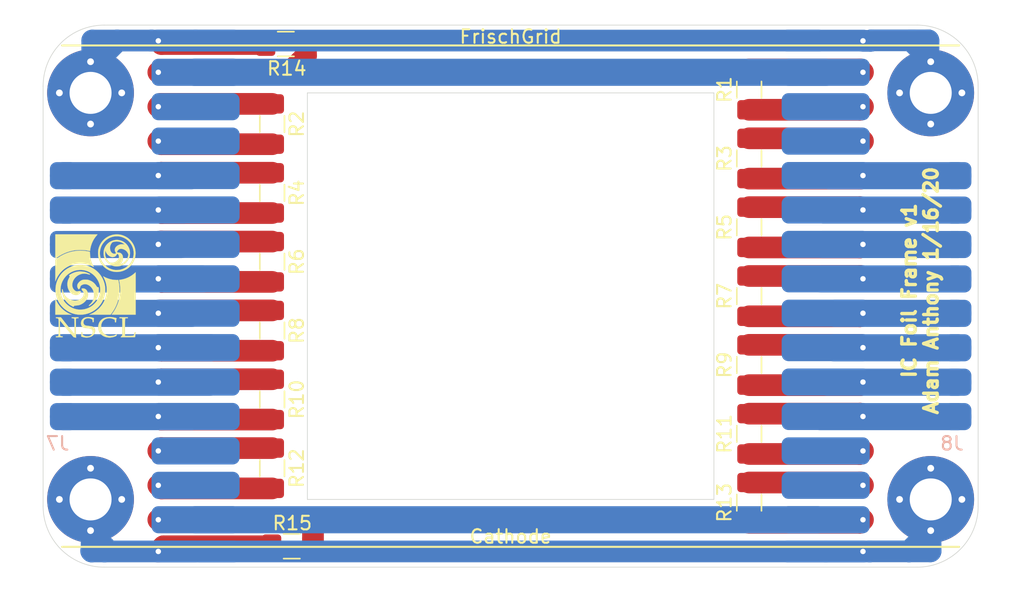
<source format=kicad_pcb>
(kicad_pcb (version 20171130) (host pcbnew "(5.1.5)-3")

  (general
    (thickness 1.6)
    (drawings 17)
    (tracks 145)
    (zones 0)
    (modules 24)
    (nets 29)
  )

  (page A4)
  (layers
    (0 F.Cu signal)
    (31 B.Cu signal)
    (32 B.Adhes user)
    (33 F.Adhes user)
    (34 B.Paste user)
    (35 F.Paste user)
    (36 B.SilkS user)
    (37 F.SilkS user hide)
    (38 B.Mask user hide)
    (39 F.Mask user)
    (40 Dwgs.User user)
    (41 Cmts.User user)
    (42 Eco1.User user)
    (43 Eco2.User user)
    (44 Edge.Cuts user)
    (45 Margin user)
    (46 B.CrtYd user)
    (47 F.CrtYd user)
    (48 B.Fab user)
    (49 F.Fab user)
  )

  (setup
    (last_trace_width 2)
    (user_trace_width 1.6)
    (user_trace_width 2)
    (trace_clearance 0.2)
    (zone_clearance 0.508)
    (zone_45_only no)
    (trace_min 0.2)
    (via_size 0.8)
    (via_drill 0.4)
    (via_min_size 0.4)
    (via_min_drill 0.3)
    (uvia_size 0.3)
    (uvia_drill 0.1)
    (uvias_allowed no)
    (uvia_min_size 0.2)
    (uvia_min_drill 0.1)
    (edge_width 0.05)
    (segment_width 0.2)
    (pcb_text_width 0.3)
    (pcb_text_size 1.5 1.5)
    (mod_edge_width 0.12)
    (mod_text_size 1 1)
    (mod_text_width 0.15)
    (pad_size 1.524 1.524)
    (pad_drill 0.762)
    (pad_to_mask_clearance 0.051)
    (solder_mask_min_width 0.25)
    (aux_axis_origin 0 0)
    (visible_elements 7FFFFFFF)
    (pcbplotparams
      (layerselection 0x010fc_ffffffff)
      (usegerberextensions false)
      (usegerberattributes false)
      (usegerberadvancedattributes false)
      (creategerberjobfile false)
      (excludeedgelayer true)
      (linewidth 0.100000)
      (plotframeref false)
      (viasonmask false)
      (mode 1)
      (useauxorigin false)
      (hpglpennumber 1)
      (hpglpenspeed 20)
      (hpglpendiameter 15.000000)
      (psnegative false)
      (psa4output false)
      (plotreference true)
      (plotvalue true)
      (plotinvisibletext false)
      (padsonsilk false)
      (subtractmaskfromsilk false)
      (outputformat 1)
      (mirror false)
      (drillshape 1)
      (scaleselection 1)
      (outputdirectory ""))
  )

  (net 0 "")
  (net 1 /1)
  (net 2 "Net-(J1-Pad16)")
  (net 3 "Net-(J1-Pad15)")
  (net 4 "Net-(J1-Pad14)")
  (net 5 "Net-(J1-Pad13)")
  (net 6 "Net-(J1-Pad3)")
  (net 7 "Net-(J1-Pad2)")
  (net 8 "Net-(J2-Pad14)")
  (net 9 "Net-(J2-Pad13)")
  (net 10 "Net-(J2-Pad3)")
  (net 11 /L12)
  (net 12 /L11)
  (net 13 /L10)
  (net 14 /L9)
  (net 15 /L8)
  (net 16 /L7)
  (net 17 /L6)
  (net 18 /L5)
  (net 19 /L4)
  (net 20 /R12)
  (net 21 /R11)
  (net 22 /R10)
  (net 23 /R9)
  (net 24 /R8)
  (net 25 /R7)
  (net 26 /R6)
  (net 27 /R5)
  (net 28 /R4)

  (net_class Default "This is the default net class."
    (clearance 0.2)
    (trace_width 0.25)
    (via_dia 0.8)
    (via_drill 0.4)
    (uvia_dia 0.3)
    (uvia_drill 0.1)
    (add_net /1)
    (add_net /L10)
    (add_net /L11)
    (add_net /L12)
    (add_net /L4)
    (add_net /L5)
    (add_net /L6)
    (add_net /L7)
    (add_net /L8)
    (add_net /L9)
    (add_net /R10)
    (add_net /R11)
    (add_net /R12)
    (add_net /R4)
    (add_net /R5)
    (add_net /R6)
    (add_net /R7)
    (add_net /R8)
    (add_net /R9)
    (add_net "Net-(J1-Pad13)")
    (add_net "Net-(J1-Pad14)")
    (add_net "Net-(J1-Pad15)")
    (add_net "Net-(J1-Pad16)")
    (add_net "Net-(J1-Pad2)")
    (add_net "Net-(J1-Pad3)")
    (add_net "Net-(J2-Pad13)")
    (add_net "Net-(J2-Pad14)")
    (add_net "Net-(J2-Pad3)")
  )

  (module ICComponents:logo (layer F.Cu) (tedit 0) (tstamp 5E21479B)
    (at -30.63494 -0.7493)
    (fp_text reference G*** (at 0 0) (layer F.SilkS) hide
      (effects (font (size 1.524 1.524) (thickness 0.3)))
    )
    (fp_text value LOGO (at 0.75 0) (layer F.SilkS) hide
      (effects (font (size 1.524 1.524) (thickness 0.3)))
    )
    (fp_poly (pts (xy 1.683254 -3.395151) (xy 1.710977 -3.391269) (xy 1.837235 -3.363965) (xy 1.956671 -3.321624)
      (xy 2.068279 -3.265114) (xy 2.171049 -3.195302) (xy 2.263973 -3.113055) (xy 2.346043 -3.019241)
      (xy 2.416251 -2.914727) (xy 2.473589 -2.80038) (xy 2.508736 -2.7049) (xy 2.535243 -2.59374)
      (xy 2.547676 -2.476643) (xy 2.546224 -2.356807) (xy 2.531072 -2.237429) (xy 2.502407 -2.121706)
      (xy 2.469563 -2.033197) (xy 2.416251 -1.930047) (xy 2.348543 -1.831438) (xy 2.268868 -1.74)
      (xy 2.179654 -1.658364) (xy 2.083332 -1.589159) (xy 2.032 -1.559364) (xy 1.923491 -1.510339)
      (xy 1.807256 -1.474273) (xy 1.686994 -1.451904) (xy 1.566401 -1.443971) (xy 1.475065 -1.448221)
      (xy 1.351855 -1.46865) (xy 1.23428 -1.504201) (xy 1.12336 -1.553748) (xy 1.020116 -1.616167)
      (xy 0.92557 -1.690334) (xy 0.840741 -1.775123) (xy 0.766651 -1.86941) (xy 0.70432 -1.972071)
      (xy 0.654768 -2.08198) (xy 0.619017 -2.198013) (xy 0.598088 -2.319045) (xy 0.595897 -2.360307)
      (xy 0.71393 -2.360307) (xy 0.721692 -2.275811) (xy 0.738015 -2.196996) (xy 0.763638 -2.119011)
      (xy 0.766218 -2.112394) (xy 0.794685 -2.049182) (xy 0.829561 -1.986149) (xy 0.869095 -1.925397)
      (xy 0.911539 -1.869027) (xy 0.955145 -1.819142) (xy 0.998162 -1.777842) (xy 1.038843 -1.747229)
      (xy 1.075438 -1.729406) (xy 1.087319 -1.726518) (xy 1.143114 -1.720742) (xy 1.206176 -1.719632)
      (xy 1.269665 -1.722956) (xy 1.326738 -1.730481) (xy 1.349507 -1.73543) (xy 1.429871 -1.762207)
      (xy 1.502166 -1.800204) (xy 1.570223 -1.851656) (xy 1.605388 -1.884647) (xy 1.648821 -1.931187)
      (xy 1.68079 -1.973258) (xy 1.702755 -2.011489) (xy 1.716842 -2.041679) (xy 1.725383 -2.066167)
      (xy 1.729735 -2.091349) (xy 1.731261 -2.123619) (xy 1.731387 -2.146122) (xy 1.730698 -2.185479)
      (xy 1.727926 -2.21382) (xy 1.721925 -2.237041) (xy 1.711552 -2.261034) (xy 1.707517 -2.269067)
      (xy 1.689968 -2.300118) (xy 1.670535 -2.329757) (xy 1.659378 -2.344351) (xy 1.635062 -2.373069)
      (xy 1.605018 -2.358812) (xy 1.58214 -2.34317) (xy 1.562811 -2.317859) (xy 1.552178 -2.298002)
      (xy 1.515148 -2.240608) (xy 1.466483 -2.195226) (xy 1.406909 -2.162291) (xy 1.337151 -2.142239)
      (xy 1.2827 -2.136102) (xy 1.241846 -2.13486) (xy 1.210624 -2.136554) (xy 1.181853 -2.142119)
      (xy 1.14835 -2.152489) (xy 1.143304 -2.154228) (xy 1.049684 -2.195432) (xy 0.96529 -2.250382)
      (xy 0.891215 -2.317971) (xy 0.828556 -2.39709) (xy 0.778408 -2.486631) (xy 0.75353 -2.548476)
      (xy 0.743083 -2.577158) (xy 0.734939 -2.594848) (xy 0.72871 -2.600632) (xy 0.724009 -2.593593)
      (xy 0.720446 -2.572818) (xy 0.717633 -2.53739) (xy 0.715181 -2.486396) (xy 0.71399 -2.455334)
      (xy 0.71393 -2.360307) (xy 0.595897 -2.360307) (xy 0.592701 -2.42046) (xy 0.600888 -2.547083)
      (xy 0.624711 -2.669174) (xy 0.662208 -2.78255) (xy 1.069519 -2.78255) (xy 1.069591 -2.7813)
      (xy 1.08087 -2.69191) (xy 1.103211 -2.61131) (xy 1.135825 -2.540712) (xy 1.177918 -2.481326)
      (xy 1.228699 -2.434362) (xy 1.287377 -2.401031) (xy 1.327019 -2.387832) (xy 1.351694 -2.384466)
      (xy 1.385613 -2.383307) (xy 1.422581 -2.384174) (xy 1.456405 -2.386887) (xy 1.48089 -2.391264)
      (xy 1.484356 -2.392413) (xy 1.493603 -2.403676) (xy 1.499557 -2.425614) (xy 1.500025 -2.429658)
      (xy 1.499324 -2.455466) (xy 1.489355 -2.477421) (xy 1.479344 -2.490455) (xy 1.464503 -2.513526)
      (xy 1.462781 -2.517157) (xy 1.588092 -2.517157) (xy 1.590049 -2.498857) (xy 1.607567 -2.484514)
      (xy 1.639647 -2.474538) (xy 1.685293 -2.469338) (xy 1.706034 -2.4687) (xy 1.770246 -2.462148)
      (xy 1.827361 -2.443069) (xy 1.881097 -2.40989) (xy 1.916259 -2.379748) (xy 1.962768 -2.325829)
      (xy 1.996554 -2.263264) (xy 2.018951 -2.189575) (xy 2.019195 -2.188429) (xy 2.031546 -2.090195)
      (xy 2.027498 -1.99206) (xy 2.007521 -1.895636) (xy 1.972083 -1.802539) (xy 1.92165 -1.714381)
      (xy 1.858725 -1.63498) (xy 1.840646 -1.61476) (xy 1.833413 -1.60447) (xy 1.83609 -1.601883)
      (xy 1.845734 -1.604161) (xy 1.862939 -1.610569) (xy 1.89047 -1.622138) (xy 1.92336 -1.636755)
      (xy 1.93564 -1.642395) (xy 2.040845 -1.700245) (xy 2.135539 -1.770937) (xy 2.218905 -1.85343)
      (xy 2.290128 -1.946682) (xy 2.34839 -2.049652) (xy 2.392875 -2.161299) (xy 2.418421 -2.258209)
      (xy 2.425186 -2.296466) (xy 2.426702 -2.322183) (xy 2.423147 -2.338861) (xy 2.422599 -2.340011)
      (xy 2.414473 -2.357268) (xy 2.402593 -2.383734) (xy 2.392134 -2.407672) (xy 2.347192 -2.490978)
      (xy 2.288796 -2.564222) (xy 2.217565 -2.626765) (xy 2.134116 -2.677964) (xy 2.129367 -2.680348)
      (xy 2.054105 -2.711764) (xy 1.978142 -2.732365) (xy 1.904389 -2.741839) (xy 1.835755 -2.739878)
      (xy 1.775149 -2.726169) (xy 1.759228 -2.719835) (xy 1.707781 -2.688618) (xy 1.660779 -2.644303)
      (xy 1.621418 -2.590676) (xy 1.592899 -2.531527) (xy 1.588092 -2.517157) (xy 1.462781 -2.517157)
      (xy 1.449228 -2.545732) (xy 1.437856 -2.57699) (xy 1.424838 -2.647395) (xy 1.428216 -2.717246)
      (xy 1.447476 -2.785133) (xy 1.482102 -2.849642) (xy 1.531579 -2.90936) (xy 1.572218 -2.945541)
      (xy 1.633131 -2.987854) (xy 1.700863 -3.024748) (xy 1.76952 -3.05334) (xy 1.824567 -3.069038)
      (xy 1.883486 -3.077578) (xy 1.950385 -3.080993) (xy 2.017835 -3.079259) (xy 2.078408 -3.072354)
      (xy 2.091267 -3.069889) (xy 2.119486 -3.064334) (xy 2.140217 -3.061019) (xy 2.148881 -3.060652)
      (xy 2.144985 -3.067424) (xy 2.129622 -3.081213) (xy 2.1056 -3.099926) (xy 2.075726 -3.121473)
      (xy 2.042807 -3.14376) (xy 2.009652 -3.164695) (xy 2.007503 -3.165991) (xy 1.90386 -3.219008)
      (xy 1.795556 -3.256088) (xy 1.68179 -3.277426) (xy 1.561765 -3.28322) (xy 1.532467 -3.282342)
      (xy 1.464306 -3.276766) (xy 1.395975 -3.266556) (xy 1.332247 -3.25268) (xy 1.277897 -3.236102)
      (xy 1.252785 -3.225741) (xy 1.233348 -3.211029) (xy 1.209064 -3.18438) (xy 1.182381 -3.149136)
      (xy 1.155746 -3.10864) (xy 1.131608 -3.066237) (xy 1.122181 -3.047357) (xy 1.088887 -2.960835)
      (xy 1.071566 -2.873745) (xy 1.069519 -2.78255) (xy 0.662208 -2.78255) (xy 0.66323 -2.785639)
      (xy 0.715501 -2.895388) (xy 0.780581 -2.997327) (xy 0.857527 -3.090365) (xy 0.945398 -3.17341)
      (xy 1.043249 -3.245369) (xy 1.15014 -3.305152) (xy 1.265126 -3.351665) (xy 1.387266 -3.383817)
      (xy 1.430832 -3.39137) (xy 1.517643 -3.401092) (xy 1.598853 -3.402353) (xy 1.683254 -3.395151)) (layer F.SilkS) (width 0.01))
    (fp_poly (pts (xy -1.121511 -1.073809) (xy -1.0795 -1.072752) (xy -0.958875 -1.06563) (xy -0.849321 -1.050843)
      (xy -0.7463 -1.027288) (xy -0.645271 -0.993858) (xy -0.541695 -0.949451) (xy -0.510434 -0.934312)
      (xy -0.463933 -0.910732) (xy -0.431338 -0.892671) (xy -0.411037 -0.878877) (xy -0.401415 -0.868098)
      (xy -0.400859 -0.859084) (xy -0.405338 -0.852809) (xy -0.424905 -0.844684) (xy -0.457889 -0.845246)
      (xy -0.503246 -0.854374) (xy -0.555539 -0.870415) (xy -0.664396 -0.899111) (xy -0.779303 -0.912218)
      (xy -0.872066 -0.911583) (xy -0.986693 -0.897504) (xy -1.096817 -0.869319) (xy -1.201357 -0.828186)
      (xy -1.299233 -0.775263) (xy -1.389364 -0.711707) (xy -1.470668 -0.638675) (xy -1.542066 -0.557325)
      (xy -1.602476 -0.468814) (xy -1.650817 -0.374299) (xy -1.686008 -0.274938) (xy -1.706969 -0.171889)
      (xy -1.712619 -0.066308) (xy -1.709548 -0.014796) (xy -1.693175 0.076602) (xy -1.662473 0.159184)
      (xy -1.617044 0.233758) (xy -1.556492 0.301133) (xy -1.552548 0.3048) (xy -1.495282 0.351343)
      (xy -1.440411 0.382233) (xy -1.385577 0.398065) (xy -1.328421 0.399439) (xy -1.266586 0.386952)
      (xy -1.249721 0.3816) (xy -1.218961 0.371618) (xy -1.199208 0.367052) (xy -1.185548 0.367548)
      (xy -1.173068 0.372748) (xy -1.167981 0.375667) (xy -1.142743 0.38536) (xy -1.114526 0.389465)
      (xy -1.114177 0.389466) (xy -1.093802 0.390936) (xy -1.085311 0.397675) (xy -1.083733 0.410914)
      (xy -1.090668 0.445039) (xy -1.109754 0.484357) (xy -1.13841 0.525708) (xy -1.174056 0.565934)
      (xy -1.214113 0.601874) (xy -1.256002 0.630371) (xy -1.268219 0.636839) (xy -1.295549 0.64958)
      (xy -1.31876 0.657842) (xy -1.343212 0.662724) (xy -1.374268 0.665324) (xy -1.413606 0.666655)
      (xy -1.467511 0.666617) (xy -1.511078 0.663127) (xy -1.550662 0.655585) (xy -1.5621 0.652609)
      (xy -1.615706 0.636551) (xy -1.659512 0.619575) (xy -1.700503 0.598551) (xy -1.745667 0.570347)
      (xy -1.745754 0.570289) (xy -1.818006 0.512947) (xy -1.884048 0.441697) (xy -1.942477 0.358867)
      (xy -1.991896 0.266785) (xy -2.030903 0.167778) (xy -2.058099 0.064174) (xy -2.061666 0.04502)
      (xy -2.069033 -0.01346) (xy -2.073042 -0.08124) (xy -2.073697 -0.152454) (xy -2.071003 -0.221236)
      (xy -2.064961 -0.281721) (xy -2.061466 -0.303024) (xy -2.05259 -0.345641) (xy -2.042405 -0.384488)
      (xy -2.029551 -0.423284) (xy -2.012666 -0.465746) (xy -1.990387 -0.515593) (xy -1.961354 -0.576543)
      (xy -1.961054 -0.57716) (xy -1.938396 -0.624439) (xy -1.922917 -0.659674) (xy -1.914255 -0.685981)
      (xy -1.912043 -0.706477) (xy -1.915918 -0.724276) (xy -1.925515 -0.742495) (xy -1.939346 -0.762674)
      (xy -1.956337 -0.786535) (xy -1.890452 -0.833323) (xy -1.783291 -0.900669) (xy -1.664761 -0.959409)
      (xy -1.538931 -1.007883) (xy -1.409872 -1.044435) (xy -1.334772 -1.059583) (xy -1.292343 -1.066293)
      (xy -1.254382 -1.070834) (xy -1.21631 -1.073443) (xy -1.173547 -1.074356) (xy -1.121511 -1.073809)) (layer F.SilkS) (width 0.01))
    (fp_poly (pts (xy -0.740833 -0.469317) (xy -0.683161 -0.468734) (xy -0.638596 -0.467287) (xy -0.603322 -0.464634)
      (xy -0.573519 -0.460431) (xy -0.545371 -0.454337) (xy -0.530604 -0.45044) (xy -0.405557 -0.40833)
      (xy -0.291876 -0.353893) (xy -0.188703 -0.286505) (xy -0.095183 -0.205544) (xy -0.010459 -0.11039)
      (xy 0.046726 -0.031002) (xy 0.072213 0.006393) (xy 0.096173 0.039418) (xy 0.116309 0.065052)
      (xy 0.130325 0.080277) (xy 0.132898 0.082302) (xy 0.157016 0.091131) (xy 0.189876 0.090298)
      (xy 0.206479 0.088295) (xy 0.218402 0.089144) (xy 0.226619 0.095202) (xy 0.232107 0.108832)
      (xy 0.235839 0.132393) (xy 0.23879 0.168246) (xy 0.241764 0.2159) (xy 0.241965 0.353244)
      (xy 0.226575 0.4927) (xy 0.196311 0.631813) (xy 0.151887 0.768131) (xy 0.094019 0.899199)
      (xy 0.023424 1.022566) (xy -0.006508 1.0668) (xy -0.067969 1.145312) (xy -0.140368 1.224008)
      (xy -0.219934 1.299451) (xy -0.30289 1.368203) (xy -0.385464 1.426826) (xy -0.43388 1.456058)
      (xy -0.460212 1.470224) (xy -0.47566 1.476431) (xy -0.483813 1.475512) (xy -0.488127 1.468648)
      (xy -0.487736 1.447378) (xy -0.474215 1.420005) (xy -0.449131 1.388838) (xy -0.41405 1.356189)
      (xy -0.409225 1.352267) (xy -0.339601 1.286795) (xy -0.275868 1.20758) (xy -0.219658 1.117267)
      (xy -0.172601 1.018502) (xy -0.136327 0.913929) (xy -0.134089 0.905933) (xy -0.123459 0.854252)
      (xy -0.116003 0.79096) (xy -0.111884 0.721112) (xy -0.111261 0.64976) (xy -0.114297 0.581956)
      (xy -0.121153 0.522755) (xy -0.121747 0.519254) (xy -0.149684 0.402903) (xy -0.191396 0.293892)
      (xy -0.246047 0.19357) (xy -0.312797 0.103281) (xy -0.390809 0.024374) (xy -0.465246 -0.032674)
      (xy -0.55178 -0.081934) (xy -0.639362 -0.114951) (xy -0.727177 -0.131632) (xy -0.814412 -0.131886)
      (xy -0.900255 -0.115621) (xy -0.969238 -0.089798) (xy -1.025545 -0.059961) (xy -1.067622 -0.027678)
      (xy -1.09815 0.010357) (xy -1.119812 0.05745) (xy -1.134752 0.114233) (xy -1.14341 0.147327)
      (xy -1.155991 0.17156) (xy -1.176899 0.194998) (xy -1.180979 0.198899) (xy -1.201431 0.219547)
      (xy -1.216539 0.237247) (xy -1.221769 0.245533) (xy -1.229699 0.249777) (xy -1.243467 0.241616)
      (xy -1.26103 0.223632) (xy -1.280347 0.198409) (xy -1.299376 0.16853) (xy -1.316075 0.136577)
      (xy -1.325142 0.114755) (xy -1.336869 0.080074) (xy -1.3434 0.051611) (xy -1.345768 0.022069)
      (xy -1.345009 -0.015851) (xy -1.344673 -0.023045) (xy -1.341948 -0.062455) (xy -1.337044 -0.092145)
      (xy -1.328045 -0.119325) (xy -1.313035 -0.151207) (xy -1.308061 -0.160867) (xy -1.274993 -0.213491)
      (xy -1.230985 -0.267693) (xy -1.180242 -0.319238) (xy -1.126966 -0.363889) (xy -1.075363 -0.397411)
      (xy -1.071033 -0.399691) (xy -1.019929 -0.424566) (xy -0.974052 -0.442949) (xy -0.929186 -0.455729)
      (xy -0.881114 -0.463794) (xy -0.825618 -0.468034) (xy -0.758482 -0.469339) (xy -0.740833 -0.469317)) (layer F.SilkS) (width 0.01))
    (fp_poly (pts (xy -0.882835 0.182372) (xy -0.853136 0.184033) (xy -0.830122 0.187985) (xy -0.80867 0.195194)
      (xy -0.783658 0.206629) (xy -0.777084 0.209849) (xy -0.719658 0.244049) (xy -0.673088 0.285933)
      (xy -0.634056 0.338932) (xy -0.610777 0.381738) (xy -0.582101 0.446351) (xy -0.563307 0.505122)
      (xy -0.552805 0.564668) (xy -0.549006 0.631604) (xy -0.548932 0.639233) (xy -0.552715 0.719406)
      (xy -0.566084 0.793246) (xy -0.590499 0.867315) (xy -0.609464 0.911172) (xy -0.667633 1.016745)
      (xy -0.739768 1.113233) (xy -0.825073 1.199848) (xy -0.922755 1.275804) (xy -1.032018 1.340315)
      (xy -1.0541 1.351251) (xy -1.119855 1.380744) (xy -1.180972 1.402983) (xy -1.242485 1.419231)
      (xy -1.309428 1.430753) (xy -1.386836 1.438813) (xy -1.4097 1.440525) (xy -1.456216 1.444239)
      (xy -1.498337 1.448438) (xy -1.532395 1.452693) (xy -1.554726 1.45658) (xy -1.55966 1.457975)
      (xy -1.581302 1.474008) (xy -1.600597 1.503653) (xy -1.600632 1.503726) (xy -1.612115 1.525289)
      (xy -1.621272 1.538709) (xy -1.624238 1.540916) (xy -1.633583 1.537321) (xy -1.654824 1.527555)
      (xy -1.684766 1.513128) (xy -1.718733 1.496293) (xy -1.765528 1.471389) (xy -1.817388 1.441547)
      (xy -1.866219 1.411507) (xy -1.888066 1.397151) (xy -1.940636 1.357842) (xy -1.998796 1.308177)
      (xy -2.058961 1.251733) (xy -2.117545 1.192087) (xy -2.170962 1.132819) (xy -2.215624 1.077506)
      (xy -2.23357 1.052424) (xy -2.312848 0.920757) (xy -2.376249 0.783406) (xy -2.423617 0.640832)
      (xy -2.4548 0.493499) (xy -2.469503 0.345016) (xy -2.47143 0.294792) (xy -2.471531 0.259861)
      (xy -2.469233 0.23863) (xy -2.463957 0.229505) (xy -2.455129 0.230893) (xy -2.442173 0.241198)
      (xy -2.434635 0.248528) (xy -2.420155 0.270451) (xy -2.40778 0.305989) (xy -2.400906 0.335312)
      (xy -2.38084 0.420838) (xy -2.357689 0.49462) (xy -2.329365 0.561821) (xy -2.293782 0.627601)
      (xy -2.262969 0.676267) (xy -2.189782 0.771157) (xy -2.104254 0.854975) (xy -2.007457 0.926977)
      (xy -1.900467 0.986421) (xy -1.784359 1.032566) (xy -1.720043 1.051236) (xy -1.607549 1.071999)
      (xy -1.494438 1.077525) (xy -1.383077 1.068021) (xy -1.275831 1.04369) (xy -1.175065 1.004739)
      (xy -1.173334 1.003909) (xy -1.088186 0.954939) (xy -1.015581 0.89645) (xy -0.956252 0.829516)
      (xy -0.910934 0.755211) (xy -0.880362 0.674609) (xy -0.865271 0.588785) (xy -0.863725 0.551315)
      (xy -0.865547 0.505357) (xy -0.872653 0.468371) (xy -0.88714 0.435582) (xy -0.911105 0.40221)
      (xy -0.945828 0.364318) (xy -0.975987 0.332175) (xy -0.995096 0.308422) (xy -1.00499 0.290466)
      (xy -1.007533 0.277114) (xy -1.011546 0.252311) (xy -1.020954 0.227206) (xy -1.028309 0.209486)
      (xy -1.027749 0.197032) (xy -1.017371 0.188954) (xy -0.99527 0.184361) (xy -0.959542 0.182364)
      (xy -0.924341 0.182033) (xy -0.882835 0.182372)) (layer F.SilkS) (width 0.01))
    (fp_poly (pts (xy -1.244393 -3.809973) (xy -1.087918 -3.809891) (xy -0.936878 -3.809758) (xy -0.792107 -3.809577)
      (xy -0.654442 -3.80935) (xy -0.524718 -3.80908) (xy -0.403771 -3.808771) (xy -0.292437 -3.808424)
      (xy -0.19155 -3.808043) (xy -0.101947 -3.807631) (xy -0.024464 -3.80719) (xy 0.040064 -3.806723)
      (xy 0.090802 -3.806232) (xy 0.126913 -3.805722) (xy 0.147562 -3.805194) (xy 0.1524 -3.804782)
      (xy 0.147034 -3.796576) (xy 0.132759 -3.779338) (xy 0.112315 -3.756326) (xy 0.105193 -3.748574)
      (xy -0.004162 -3.618263) (xy -0.102095 -3.476462) (xy -0.18784 -3.324839) (xy -0.260633 -3.165064)
      (xy -0.319709 -2.998804) (xy -0.364302 -2.82773) (xy -0.392492 -2.662767) (xy -0.398306 -2.622091)
      (xy -0.403728 -2.596108) (xy -0.409366 -2.582609) (xy -0.415422 -2.579329) (xy -0.428 -2.581434)
      (xy -0.453557 -2.586292) (xy -0.488493 -2.593202) (xy -0.529211 -2.601462) (xy -0.5334 -2.602322)
      (xy -0.604549 -2.616502) (xy -0.667768 -2.627891) (xy -0.726351 -2.636779) (xy -0.783589 -2.643458)
      (xy -0.842777 -2.648219) (xy -0.907205 -2.651354) (xy -0.980168 -2.653153) (xy -1.064957 -2.653907)
      (xy -1.1176 -2.653983) (xy -1.206195 -2.653683) (xy -1.281224 -2.652659) (xy -1.346047 -2.650613)
      (xy -1.404028 -2.647245) (xy -1.458526 -2.642256) (xy -1.512904 -2.635347) (xy -1.570524 -2.626218)
      (xy -1.634746 -2.61457) (xy -1.697567 -2.602361) (xy -1.905839 -2.552604) (xy -2.111241 -2.486664)
      (xy -2.312231 -2.405238) (xy -2.50727 -2.309026) (xy -2.694818 -2.198725) (xy -2.873334 -2.075033)
      (xy -2.89177 -2.061085) (xy -2.963333 -2.006483) (xy -2.963333 -3.810001) (xy -1.405467 -3.810001)
      (xy -1.244393 -3.809973)) (layer F.SilkS) (width 0.01))
    (fp_poly (pts (xy 1.673061 -3.804389) (xy 1.74653 -3.799319) (xy 1.809169 -3.791218) (xy 1.8161 -3.789973)
      (xy 1.958841 -3.75516) (xy 2.098824 -3.705008) (xy 2.233352 -3.640803) (xy 2.359725 -3.563828)
      (xy 2.472988 -3.477302) (xy 2.5762 -3.378705) (xy 2.669667 -3.268408) (xy 2.752042 -3.148675)
      (xy 2.821977 -3.02177) (xy 2.878124 -2.88996) (xy 2.919134 -2.755508) (xy 2.929119 -2.710929)
      (xy 2.952221 -2.556438) (xy 2.958626 -2.403364) (xy 2.948562 -2.252567) (xy 2.922255 -2.104905)
      (xy 2.879934 -1.961239) (xy 2.821826 -1.822427) (xy 2.748157 -1.689329) (xy 2.659156 -1.562804)
      (xy 2.609466 -1.502834) (xy 2.507145 -1.398315) (xy 2.39378 -1.305686) (xy 2.270963 -1.225563)
      (xy 2.140284 -1.158566) (xy 2.003336 -1.10531) (xy 1.861712 -1.066414) (xy 1.717003 -1.042495)
      (xy 1.570801 -1.034171) (xy 1.424698 -1.042059) (xy 1.4224 -1.042317) (xy 1.270635 -1.067815)
      (xy 1.124485 -1.109129) (xy 0.984759 -1.165879) (xy 0.852265 -1.237684) (xy 0.72781 -1.324166)
      (xy 0.615461 -1.421787) (xy 0.508694 -1.535826) (xy 0.416918 -1.657417) (xy 0.339826 -1.787116)
      (xy 0.277114 -1.925476) (xy 0.228478 -2.073054) (xy 0.205669 -2.167467) (xy 0.198209 -2.216017)
      (xy 0.193019 -2.27732) (xy 0.190069 -2.347351) (xy 0.189326 -2.422086) (xy 0.189631 -2.438181)
      (xy 0.325305 -2.438181) (xy 0.331491 -2.299277) (xy 0.353009 -2.162702) (xy 0.389351 -2.029749)
      (xy 0.440009 -1.901713) (xy 0.504474 -1.779888) (xy 0.582238 -1.665567) (xy 0.672793 -1.560043)
      (xy 0.775632 -1.464612) (xy 0.884767 -1.384135) (xy 0.985291 -1.324028) (xy 1.087499 -1.275013)
      (xy 1.19497 -1.235775) (xy 1.311287 -1.204998) (xy 1.4351 -1.182116) (xy 1.451915 -1.180997)
      (xy 1.482223 -1.180376) (xy 1.522594 -1.180269) (xy 1.569594 -1.180693) (xy 1.604434 -1.181311)
      (xy 1.666051 -1.183128) (xy 1.715377 -1.185939) (xy 1.757047 -1.190224) (xy 1.795696 -1.196464)
      (xy 1.835959 -1.205138) (xy 1.837267 -1.205447) (xy 1.979227 -1.246303) (xy 2.109907 -1.299223)
      (xy 2.230622 -1.364953) (xy 2.342688 -1.444238) (xy 2.447419 -1.537823) (xy 2.476915 -1.568069)
      (xy 2.569427 -1.677685) (xy 2.647494 -1.795027) (xy 2.711009 -1.918811) (xy 2.759864 -2.047754)
      (xy 2.793952 -2.180571) (xy 2.813165 -2.315978) (xy 2.817395 -2.45269) (xy 2.806535 -2.589425)
      (xy 2.780477 -2.724897) (xy 2.739113 -2.857823) (xy 2.682336 -2.986918) (xy 2.610039 -3.110898)
      (xy 2.606656 -3.115982) (xy 2.563877 -3.174028) (xy 2.510878 -3.236761) (xy 2.451777 -3.29986)
      (xy 2.390692 -3.359004) (xy 2.331742 -3.409873) (xy 2.31169 -3.425437) (xy 2.216755 -3.488378)
      (xy 2.110144 -3.544687) (xy 1.996451 -3.592426) (xy 1.880271 -3.629655) (xy 1.771124 -3.65363)
      (xy 1.704495 -3.661538) (xy 1.627938 -3.665445) (xy 1.546295 -3.66551) (xy 1.46441 -3.661892)
      (xy 1.387126 -3.654747) (xy 1.319285 -3.644235) (xy 1.291167 -3.637955) (xy 1.159053 -3.59863)
      (xy 1.039357 -3.550215) (xy 0.929339 -3.491172) (xy 0.826259 -3.419962) (xy 0.727378 -3.335047)
      (xy 0.693977 -3.302529) (xy 0.59757 -3.196117) (xy 0.516888 -3.085414) (xy 0.450908 -2.968623)
      (xy 0.398607 -2.843948) (xy 0.360962 -2.7178) (xy 0.334959 -2.57812) (xy 0.325305 -2.438181)
      (xy 0.189631 -2.438181) (xy 0.190759 -2.497503) (xy 0.194335 -2.569577) (xy 0.200022 -2.634284)
      (xy 0.207789 -2.687602) (xy 0.209878 -2.697885) (xy 0.251019 -2.848685) (xy 0.306699 -2.991454)
      (xy 0.376173 -3.125451) (xy 0.458694 -3.249934) (xy 0.553518 -3.364164) (xy 0.659899 -3.467399)
      (xy 0.777093 -3.558898) (xy 0.904354 -3.637919) (xy 1.040937 -3.703723) (xy 1.186097 -3.755568)
      (xy 1.303867 -3.785642) (xy 1.362658 -3.795142) (xy 1.433561 -3.801805) (xy 1.511988 -3.805594)
      (xy 1.593351 -3.806468) (xy 1.673061 -3.804389)) (layer F.SilkS) (width 0.01))
    (fp_poly (pts (xy -0.986833 -2.606068) (xy -0.85163 -2.597378) (xy -0.720081 -2.583602) (xy -0.595931 -2.565087)
      (xy -0.482929 -2.542182) (xy -0.439399 -2.531257) (xy -0.408897 -2.523087) (xy -0.404024 -2.364327)
      (xy -0.391682 -2.188043) (xy -0.365499 -2.019973) (xy -0.325057 -1.858011) (xy -0.275513 -1.714157)
      (xy -0.251494 -1.65577) (xy -0.224124 -1.594387) (xy -0.195551 -1.534468) (xy -0.167919 -1.480479)
      (xy -0.143373 -1.436881) (xy -0.138172 -1.428447) (xy -0.127294 -1.409705) (xy -0.123047 -1.399127)
      (xy -0.124185 -1.398179) (xy -0.133808 -1.402824) (xy -0.155863 -1.413695) (xy -0.187635 -1.429447)
      (xy -0.226411 -1.448735) (xy -0.254 -1.462489) (xy -0.417935 -1.534951) (xy -0.586757 -1.591488)
      (xy -0.759402 -1.632031) (xy -0.934808 -1.656509) (xy -1.111911 -1.664852) (xy -1.289649 -1.656988)
      (xy -1.466959 -1.632848) (xy -1.642777 -1.592362) (xy -1.744133 -1.5612) (xy -1.840449 -1.524474)
      (xy -1.943426 -1.477542) (xy -2.04851 -1.422886) (xy -2.151149 -1.362989) (xy -2.246788 -1.300333)
      (xy -2.315194 -1.249895) (xy -2.447071 -1.136019) (xy -2.569166 -1.009255) (xy -2.680141 -0.871393)
      (xy -2.778663 -0.724219) (xy -2.863395 -0.569522) (xy -2.922145 -0.437069) (xy -2.962957 -0.334434)
      (xy -2.962745 -1.138767) (xy -2.962532 -1.9431) (xy -2.918483 -1.978103) (xy -2.740881 -2.108726)
      (xy -2.555171 -2.225048) (xy -2.362288 -2.326717) (xy -2.163168 -2.413379) (xy -1.958745 -2.484681)
      (xy -1.749955 -2.54027) (xy -1.537733 -2.579794) (xy -1.323016 -2.602898) (xy -1.25321 -2.606797)
      (xy -1.121942 -2.609323) (xy -0.986833 -2.606068)) (layer F.SilkS) (width 0.01))
    (fp_poly (pts (xy 2.963334 2.116666) (xy 2.074334 2.116666) (xy 1.953196 2.116625) (xy 1.836927 2.116504)
      (xy 1.726633 2.116309) (xy 1.623422 2.116046) (xy 1.528398 2.11572) (xy 1.442668 2.115336)
      (xy 1.367338 2.114902) (xy 1.303514 2.114421) (xy 1.252303 2.113899) (xy 1.214811 2.113343)
      (xy 1.192144 2.112757) (xy 1.185334 2.112205) (xy 1.190136 2.103983) (xy 1.203052 2.085498)
      (xy 1.221849 2.059889) (xy 1.235061 2.042355) (xy 1.35745 1.867657) (xy 1.467196 1.682441)
      (xy 1.563627 1.488165) (xy 1.646071 1.286289) (xy 1.713855 1.078269) (xy 1.756624 0.910433)
      (xy 1.792456 0.716451) (xy 1.81491 0.516232) (xy 1.823986 0.312881) (xy 1.819683 0.109503)
      (xy 1.802001 -0.090795) (xy 1.770939 -0.284908) (xy 1.756917 -0.350763) (xy 1.748779 -0.387993)
      (xy 1.742698 -0.418663) (xy 1.739316 -0.43933) (xy 1.739081 -0.446504) (xy 1.748291 -0.448872)
      (xy 1.770649 -0.452747) (xy 1.802504 -0.457534) (xy 1.829996 -0.461307) (xy 2.005526 -0.49278)
      (xy 2.177427 -0.539989) (xy 2.34422 -0.60224) (xy 2.504427 -0.67884) (xy 2.656572 -0.769095)
      (xy 2.799176 -0.872314) (xy 2.909398 -0.967488) (xy 2.963334 -1.017942) (xy 2.963334 2.116666)) (layer F.SilkS) (width 0.01))
    (fp_poly (pts (xy 0.569887 -0.717462) (xy 0.579015 -0.712409) (xy 0.724701 -0.634955) (xy 0.880783 -0.569226)
      (xy 1.044573 -0.516191) (xy 1.213385 -0.47682) (xy 1.248834 -0.470445) (xy 1.297023 -0.463388)
      (xy 1.3534 -0.456993) (xy 1.41404 -0.451523) (xy 1.475019 -0.447239) (xy 1.532412 -0.444402)
      (xy 1.582295 -0.443275) (xy 1.620743 -0.444119) (xy 1.631036 -0.444956) (xy 1.683039 -0.450511)
      (xy 1.700743 -0.3751) (xy 1.71773 -0.29559) (xy 1.734132 -0.205478) (xy 1.748888 -0.111087)
      (xy 1.760942 -0.018744) (xy 1.762115 -0.008467) (xy 1.767322 0.05336) (xy 1.77081 0.127853)
      (xy 1.772606 0.210832) (xy 1.77274 0.298121) (xy 1.771241 0.385542) (xy 1.768137 0.468917)
      (xy 1.763456 0.544068) (xy 1.75793 0.601133) (xy 1.722838 0.824771) (xy 1.672212 1.04174)
      (xy 1.606095 1.251936) (xy 1.524529 1.455252) (xy 1.427558 1.651583) (xy 1.315223 1.840824)
      (xy 1.187568 2.02287) (xy 1.178998 2.034116) (xy 1.115786 2.116666) (xy -0.4699 2.116184)
      (xy -0.370483 2.074813) (xy -0.213324 2.001131) (xy -0.065088 1.914349) (xy 0.075603 1.813521)
      (xy 0.210127 1.697705) (xy 0.280648 1.628642) (xy 0.400889 1.493933) (xy 0.50676 1.35028)
      (xy 0.598225 1.197757) (xy 0.675248 1.036434) (xy 0.737795 0.866384) (xy 0.785829 0.687677)
      (xy 0.809892 0.563033) (xy 0.817011 0.505735) (xy 0.822072 0.435878) (xy 0.825074 0.357707)
      (xy 0.826017 0.275472) (xy 0.824899 0.193419) (xy 0.82172 0.115797) (xy 0.816479 0.046853)
      (xy 0.810004 -0.004234) (xy 0.780157 -0.156439) (xy 0.741293 -0.298715) (xy 0.691681 -0.436419)
      (xy 0.629586 -0.57491) (xy 0.617629 -0.598988) (xy 0.594176 -0.645747) (xy 0.577758 -0.679246)
      (xy 0.567747 -0.701326) (xy 0.563515 -0.713828) (xy 0.564438 -0.718593) (xy 0.569887 -0.717462)) (layer F.SilkS) (width 0.01))
    (fp_poly (pts (xy -1.026531 -1.556015) (xy -0.946008 -1.551895) (xy -0.87885 -1.545273) (xy -0.706357 -1.514203)
      (xy -0.539327 -1.467471) (xy -0.378644 -1.405716) (xy -0.225189 -1.329578) (xy -0.079845 -1.239696)
      (xy 0.056504 -1.136711) (xy 0.182976 -1.021262) (xy 0.298689 -0.893988) (xy 0.40276 -0.755529)
      (xy 0.494306 -0.606525) (xy 0.54086 -0.516467) (xy 0.610512 -0.353891) (xy 0.663732 -0.188094)
      (xy 0.700916 -0.017748) (xy 0.712334 0.059266) (xy 0.718071 0.121529) (xy 0.721347 0.195398)
      (xy 0.722212 0.275732) (xy 0.720717 0.357392) (xy 0.716913 0.435236) (xy 0.71085 0.504124)
      (xy 0.707701 0.528743) (xy 0.67438 0.703136) (xy 0.625543 0.871466) (xy 0.561771 1.032922)
      (xy 0.483647 1.186692) (xy 0.391752 1.331965) (xy 0.286669 1.46793) (xy 0.16898 1.593776)
      (xy 0.039265 1.708692) (xy -0.101892 1.811867) (xy -0.25391 1.902489) (xy -0.2921 1.922359)
      (xy -0.451308 1.993702) (xy -0.615467 2.048986) (xy -0.785344 2.088444) (xy -0.883083 2.103694)
      (xy -0.939196 2.109169) (xy -1.006998 2.112954) (xy -1.081446 2.115007) (xy -1.157499 2.115291)
      (xy -1.230115 2.113766) (xy -1.294252 2.110393) (xy -1.329267 2.107161) (xy -1.474649 2.083277)
      (xy -1.623205 2.045362) (xy -1.771132 1.994815) (xy -1.914626 1.933033) (xy -2.049883 1.861416)
      (xy -2.125133 1.814551) (xy -2.266521 1.711127) (xy -2.395532 1.597004) (xy -2.511891 1.473183)
      (xy -2.615322 1.340666) (xy -2.705547 1.200454) (xy -2.782293 1.053549) (xy -2.845281 0.90095)
      (xy -2.894237 0.74366) (xy -2.928884 0.582679) (xy -2.948945 0.419009) (xy -2.951094 0.350677)
      (xy -2.579218 0.350677) (xy -2.564212 0.498527) (xy -2.533313 0.647042) (xy -2.505953 0.738889)
      (xy -2.449016 0.883538) (xy -2.377875 1.019878) (xy -2.293507 1.147092) (xy -2.196893 1.264366)
      (xy -2.089012 1.370885) (xy -1.970843 1.465833) (xy -1.843365 1.548396) (xy -1.707558 1.617758)
      (xy -1.564401 1.673104) (xy -1.414873 1.713619) (xy -1.313022 1.73186) (xy -1.249329 1.73821)
      (xy -1.174273 1.741232) (xy -1.093064 1.741071) (xy -1.010913 1.737869) (xy -0.933029 1.73177)
      (xy -0.864624 1.722918) (xy -0.842433 1.718908) (xy -0.68744 1.679732) (xy -0.54 1.625464)
      (xy -0.400456 1.556286) (xy -0.269153 1.472373) (xy -0.146432 1.373906) (xy -0.105517 1.335985)
      (xy 0.004514 1.219548) (xy 0.09913 1.096373) (xy 0.178759 0.965692) (xy 0.24383 0.826734)
      (xy 0.294773 0.678732) (xy 0.322379 0.568766) (xy 0.332283 0.509521) (xy 0.339635 0.438164)
      (xy 0.344318 0.35934) (xy 0.346214 0.277695) (xy 0.345205 0.197875) (xy 0.341173 0.124525)
      (xy 0.335052 0.069159) (xy 0.304435 -0.082333) (xy 0.258407 -0.228351) (xy 0.197827 -0.367869)
      (xy 0.123554 -0.499859) (xy 0.036448 -0.623293) (xy -0.062632 -0.737147) (xy -0.172827 -0.840391)
      (xy -0.293277 -0.932) (xy -0.423124 -1.010947) (xy -0.561507 -1.076203) (xy -0.650983 -1.10926)
      (xy -0.773261 -1.144979) (xy -0.891187 -1.168803) (xy -1.010429 -1.181533) (xy -1.136653 -1.18397)
      (xy -1.172336 -1.182979) (xy -1.325871 -1.169352) (xy -1.4736 -1.14052) (xy -1.614895 -1.097393)
      (xy -1.749124 -1.040879) (xy -1.875656 -0.971888) (xy -1.993862 -0.891327) (xy -2.10311 -0.800106)
      (xy -2.20277 -0.699133) (xy -2.292212 -0.589317) (xy -2.370804 -0.471567) (xy -2.437917 -0.34679)
      (xy -2.49292 -0.215896) (xy -2.535182 -0.079794) (xy -2.564073 0.060608) (xy -2.578962 0.204401)
      (xy -2.579218 0.350677) (xy -2.951094 0.350677) (xy -2.954146 0.253652) (xy -2.94421 0.087607)
      (xy -2.91886 -0.078123) (xy -2.877822 -0.242538) (xy -2.820818 -0.404636) (xy -2.769076 -0.520701)
      (xy -2.684569 -0.675248) (xy -2.587084 -0.819583) (xy -2.477508 -0.953068) (xy -2.356726 -1.075061)
      (xy -2.225623 -1.184925) (xy -2.085085 -1.282018) (xy -1.935996 -1.365702) (xy -1.779242 -1.435337)
      (xy -1.615708 -1.490284) (xy -1.446281 -1.529903) (xy -1.351301 -1.544876) (xy -1.280785 -1.551794)
      (xy -1.199459 -1.55596) (xy -1.112861 -1.557369) (xy -1.026531 -1.556015)) (layer F.SilkS) (width 0.01))
    (fp_poly (pts (xy -2.920479 0.999066) (xy -2.858052 1.139519) (xy -2.787283 1.270347) (xy -2.705861 1.395241)
      (xy -2.611473 1.51789) (xy -2.552323 1.586708) (xy -2.452939 1.688358) (xy -2.340178 1.78608)
      (xy -2.21753 1.877454) (xy -2.088484 1.960058) (xy -1.95653 2.031473) (xy -1.831154 2.086946)
      (xy -1.756833 2.116039) (xy -2.360083 2.116353) (xy -2.963333 2.116666) (xy -2.963228 1.50495)
      (xy -2.963122 0.893233) (xy -2.920479 0.999066)) (layer F.SilkS) (width 0.01))
    (fp_poly (pts (xy 2.3876 2.379133) (xy 2.304552 2.379133) (xy 2.254995 2.380474) (xy 2.2219 2.384516)
      (xy 2.206134 2.390371) (xy 2.200547 2.396505) (xy 2.195675 2.40689) (xy 2.191476 2.422572)
      (xy 2.187909 2.444598) (xy 2.184932 2.474012) (xy 2.182505 2.511861) (xy 2.180587 2.55919)
      (xy 2.179136 2.617046) (xy 2.178111 2.686473) (xy 2.177471 2.768518) (xy 2.177175 2.864226)
      (xy 2.177181 2.974642) (xy 2.177449 3.100814) (xy 2.177499 3.117849) (xy 2.179205 3.682999)
      (xy 2.391353 3.68293) (xy 2.487233 3.682287) (xy 2.568284 3.680332) (xy 2.636569 3.676923)
      (xy 2.694154 3.671917) (xy 2.743101 3.665173) (xy 2.785475 3.656548) (xy 2.789767 3.655492)
      (xy 2.8321 3.644899) (xy 2.862316 3.526366) (xy 2.892531 3.407833) (xy 2.929158 3.405169)
      (xy 2.965785 3.402506) (xy 2.960829 3.439036) (xy 2.957648 3.464288) (xy 2.953289 3.501325)
      (xy 2.9482 3.54606) (xy 2.942831 3.594409) (xy 2.937629 3.642286) (xy 2.933045 3.685607)
      (xy 2.929525 3.720287) (xy 2.92752 3.74224) (xy 2.927518 3.742266) (xy 2.925579 3.758709)
      (xy 2.920227 3.768114) (xy 2.907334 3.773252) (xy 2.882771 3.776895) (xy 2.874434 3.777883)
      (xy 2.856323 3.779003) (xy 2.823059 3.780007) (xy 2.77642 3.780881) (xy 2.718187 3.781606)
      (xy 2.650138 3.782168) (xy 2.574053 3.782548) (xy 2.491711 3.782731) (xy 2.404892 3.7827)
      (xy 2.366434 3.782617) (xy 2.279483 3.782496) (xy 2.197247 3.782608) (xy 2.121357 3.782935)
      (xy 2.05344 3.78346) (xy 1.995126 3.784164) (xy 1.948045 3.78503) (xy 1.913826 3.786041)
      (xy 1.894099 3.787178) (xy 1.890184 3.787787) (xy 1.877959 3.790384) (xy 1.872516 3.784491)
      (xy 1.871154 3.766282) (xy 1.871134 3.760797) (xy 1.87297 3.737858) (xy 1.880933 3.725112)
      (xy 1.895539 3.717278) (xy 1.918027 3.704125) (xy 1.940831 3.685289) (xy 1.943328 3.682762)
      (xy 1.955511 3.66787) (xy 1.963519 3.650841) (xy 1.968883 3.626853) (xy 1.973138 3.591087)
      (xy 1.973423 3.588127) (xy 1.97478 3.564966) (xy 1.975978 3.526827) (xy 1.977017 3.475663)
      (xy 1.977895 3.413428) (xy 1.978612 3.342075) (xy 1.979166 3.263559) (xy 1.979557 3.179833)
      (xy 1.979784 3.092851) (xy 1.979846 3.004568) (xy 1.979741 2.916936) (xy 1.979469 2.83191)
      (xy 1.979029 2.751443) (xy 1.97842 2.67749) (xy 1.97764 2.612004) (xy 1.97669 2.556938)
      (xy 1.975567 2.514248) (xy 1.974271 2.485886) (xy 1.973977 2.48194) (xy 1.969432 2.440815)
      (xy 1.961932 2.412378) (xy 1.948657 2.394309) (xy 1.926792 2.384291) (xy 1.893519 2.380006)
      (xy 1.849029 2.379133) (xy 1.769534 2.379133) (xy 1.769534 2.311399) (xy 2.3876 2.311399)
      (xy 2.3876 2.379133)) (layer F.SilkS) (width 0.01))
    (fp_poly (pts (xy 1.165521 2.291948) (xy 1.1811 2.293646) (xy 1.226739 2.299893) (xy 1.277386 2.308274)
      (xy 1.330488 2.318203) (xy 1.383493 2.329097) (xy 1.433846 2.340372) (xy 1.478996 2.351444)
      (xy 1.51639 2.361728) (xy 1.543474 2.37064) (xy 1.557696 2.377596) (xy 1.559185 2.380164)
      (xy 1.55575 2.393609) (xy 1.549337 2.418476) (xy 1.541227 2.4498) (xy 1.539792 2.455333)
      (xy 1.531586 2.494093) (xy 1.524268 2.541278) (xy 1.519098 2.588382) (xy 1.518144 2.601383)
      (xy 1.512976 2.683933) (xy 1.441186 2.683933) (xy 1.426634 2.495031) (xy 1.375834 2.466817)
      (xy 1.283527 2.424799) (xy 1.184587 2.396613) (xy 1.08182 2.382341) (xy 0.978029 2.382068)
      (xy 0.876022 2.395877) (xy 0.778601 2.423852) (xy 0.723687 2.447388) (xy 0.670836 2.479481)
      (xy 0.61667 2.523283) (xy 0.565454 2.574514) (xy 0.52145 2.628896) (xy 0.488922 2.682148)
      (xy 0.488046 2.683933) (xy 0.459596 2.749554) (xy 0.439813 2.813426) (xy 0.427588 2.880725)
      (xy 0.421816 2.956624) (xy 0.421015 2.997199) (xy 0.421455 3.053714) (xy 0.423834 3.098803)
      (xy 0.42866 3.137915) (xy 0.436441 3.176498) (xy 0.438546 3.185238) (xy 0.472317 3.289752)
      (xy 0.519296 3.383818) (xy 0.578999 3.466951) (xy 0.650942 3.538667) (xy 0.734641 3.59848)
      (xy 0.829612 3.645905) (xy 0.932041 3.679612) (xy 0.958178 3.685189) (xy 0.987129 3.688759)
      (xy 1.022483 3.690508) (xy 1.067828 3.690623) (xy 1.121517 3.689444) (xy 1.214894 3.68439)
      (xy 1.294724 3.674576) (xy 1.363909 3.659262) (xy 1.42535 3.637707) (xy 1.481951 3.609171)
      (xy 1.51313 3.589517) (xy 1.536457 3.574845) (xy 1.550783 3.569479) (xy 1.560357 3.572185)
      (xy 1.563459 3.574896) (xy 1.568826 3.583641) (xy 1.568321 3.596513) (xy 1.561254 3.617688)
      (xy 1.553195 3.637) (xy 1.531382 3.687555) (xy 1.454802 3.719865) (xy 1.340901 3.760224)
      (xy 1.21997 3.788895) (xy 1.133891 3.801193) (xy 1.091719 3.805326) (xy 1.060451 3.807624)
      (xy 1.03417 3.808199) (xy 1.006957 3.807165) (xy 0.972898 3.804636) (xy 0.969434 3.804351)
      (xy 0.84487 3.788145) (xy 0.731815 3.760801) (xy 0.628536 3.721735) (xy 0.533301 3.670364)
      (xy 0.494493 3.644418) (xy 0.414375 3.577492) (xy 0.34598 3.499574) (xy 0.289818 3.412363)
      (xy 0.246401 3.317556) (xy 0.216239 3.216853) (xy 0.199845 3.111951) (xy 0.197728 3.004549)
      (xy 0.210399 2.896345) (xy 0.237702 2.791031) (xy 0.267778 2.713849) (xy 0.304311 2.646161)
      (xy 0.350471 2.582952) (xy 0.409429 2.519207) (xy 0.409807 2.518833) (xy 0.471046 2.462923)
      (xy 0.531076 2.418698) (xy 0.595647 2.382408) (xy 0.664633 2.35256) (xy 0.753458 2.324366)
      (xy 0.852848 2.303651) (xy 0.957915 2.290971) (xy 1.063769 2.286884) (xy 1.165521 2.291948)) (layer F.SilkS) (width 0.01))
    (fp_poly (pts (xy -0.382825 2.297674) (xy -0.343564 2.304916) (xy -0.299793 2.314968) (xy -0.254509 2.326898)
      (xy -0.210707 2.339778) (xy -0.171386 2.352676) (xy -0.139542 2.364663) (xy -0.118172 2.374808)
      (xy -0.110274 2.38218) (xy -0.110273 2.382278) (xy -0.112243 2.395815) (xy -0.116969 2.41882)
      (xy -0.119523 2.429933) (xy -0.123727 2.454196) (xy -0.128034 2.490055) (xy -0.13187 2.532185)
      (xy -0.134133 2.565399) (xy -0.1397 2.662766) (xy -0.174414 2.665308) (xy -0.209128 2.667849)
      (xy -0.213892 2.587999) (xy -0.217917 2.53929) (xy -0.224607 2.503921) (xy -0.236003 2.478307)
      (xy -0.254152 2.458866) (xy -0.281096 2.442016) (xy -0.303352 2.431189) (xy -0.38242 2.401762)
      (xy -0.463519 2.384532) (xy -0.544107 2.379319) (xy -0.621643 2.385943) (xy -0.693586 2.404222)
      (xy -0.757396 2.433978) (xy -0.80164 2.466607) (xy -0.843497 2.513833) (xy -0.871063 2.56785)
      (xy -0.885355 2.630895) (xy -0.8874 2.65532) (xy -0.886721 2.717316) (xy -0.876623 2.768268)
      (xy -0.855839 2.81197) (xy -0.823104 2.852218) (xy -0.821087 2.854252) (xy -0.801365 2.87234)
      (xy -0.780401 2.887399) (xy -0.756124 2.899991) (xy -0.726464 2.910679) (xy -0.689353 2.920027)
      (xy -0.642719 2.928595) (xy -0.584494 2.936948) (xy -0.512607 2.945648) (xy -0.465666 2.950875)
      (xy -0.375119 2.962032) (xy -0.299665 2.97452) (xy -0.237472 2.989171) (xy -0.186708 3.006813)
      (xy -0.14554 3.028276) (xy -0.112135 3.05439) (xy -0.084662 3.085985) (xy -0.061288 3.123891)
      (xy -0.054611 3.137005) (xy -0.029677 3.206543) (xy -0.019814 3.28001) (xy -0.024254 3.355332)
      (xy -0.042234 3.430438) (xy -0.072988 3.503254) (xy -0.115751 3.571709) (xy -0.169758 3.63373)
      (xy -0.234244 3.687244) (xy -0.26508 3.707169) (xy -0.354322 3.750922) (xy -0.453245 3.782303)
      (xy -0.559518 3.800872) (xy -0.67081 3.80619) (xy -0.761718 3.800629) (xy -0.807083 3.794141)
      (xy -0.859496 3.784259) (xy -0.913862 3.772171) (xy -0.965083 3.759066) (xy -1.008065 3.746132)
      (xy -1.029956 3.738053) (xy -1.048235 3.729554) (xy -1.056516 3.720388) (xy -1.057617 3.704695)
      (xy -1.055423 3.685094) (xy -1.053141 3.661703) (xy -1.050462 3.625866) (xy -1.047687 3.582057)
      (xy -1.045117 3.534749) (xy -1.044586 3.523825) (xy -1.038836 3.402751) (xy -1.004134 3.405292)
      (xy -0.969433 3.407833) (xy -0.96484 3.492499) (xy -0.962059 3.536481) (xy -0.958588 3.567121)
      (xy -0.953295 3.588005) (xy -0.945049 3.602718) (xy -0.93272 3.614845) (xy -0.924158 3.621439)
      (xy -0.853939 3.662982) (xy -0.773014 3.691646) (xy -0.681225 3.707477) (xy -0.6096 3.710951)
      (xy -0.521676 3.706674) (xy -0.446246 3.692734) (xy -0.381491 3.668522) (xy -0.325597 3.63343)
      (xy -0.293735 3.60508) (xy -0.256689 3.563869) (xy -0.23158 3.524718) (xy -0.216412 3.482653)
      (xy -0.209188 3.4327) (xy -0.207792 3.390899) (xy -0.209552 3.337438) (xy -0.216497 3.296087)
      (xy -0.23035 3.262382) (xy -0.252834 3.231859) (xy -0.279229 3.205794) (xy -0.301913 3.187429)
      (xy -0.326809 3.172287) (xy -0.356197 3.159761) (xy -0.392356 3.149242) (xy -0.437564 3.140121)
      (xy -0.4941 3.13179) (xy -0.564243 3.12364) (xy -0.601133 3.119842) (xy -0.68808 3.110204)
      (xy -0.760172 3.0999) (xy -0.819489 3.088312) (xy -0.86811 3.074822) (xy -0.908112 3.058811)
      (xy -0.941576 3.039661) (xy -0.97058 3.016754) (xy -0.980918 3.006881) (xy -1.022612 2.953594)
      (xy -1.052414 2.890514) (xy -1.070076 2.820141) (xy -1.075354 2.744976) (xy -1.068 2.66752)
      (xy -1.047767 2.590271) (xy -1.026943 2.539999) (xy -1.002408 2.500381) (xy -0.966947 2.457681)
      (xy -0.924875 2.416199) (xy -0.880509 2.38023) (xy -0.842373 2.356223) (xy -0.764531 2.32365)
      (xy -0.675995 2.301175) (xy -0.579959 2.289204) (xy -0.479613 2.288145) (xy -0.382825 2.297674)) (layer F.SilkS) (width 0.01))
    (fp_poly (pts (xy -2.465863 2.416061) (xy -2.428758 2.463297) (xy -2.386223 2.517705) (xy -2.34314 2.573023)
      (xy -2.304394 2.622992) (xy -2.2991 2.629844) (xy -2.268007 2.669668) (xy -2.227943 2.720298)
      (xy -2.180508 2.779763) (xy -2.127301 2.84609) (xy -2.069924 2.917308) (xy -2.009977 2.991445)
      (xy -1.949059 3.066529) (xy -1.888772 3.140588) (xy -1.830715 3.211651) (xy -1.776488 3.277746)
      (xy -1.727693 3.336901) (xy -1.685929 3.387144) (xy -1.652797 3.426503) (xy -1.647395 3.432839)
      (xy -1.553633 3.542511) (xy -1.551036 3.479405) (xy -1.5506 3.459256) (xy -1.550277 3.423935)
      (xy -1.550068 3.375204) (xy -1.549972 3.314823) (xy -1.549989 3.244555) (xy -1.55012 3.16616)
      (xy -1.550364 3.0814) (xy -1.550721 2.992036) (xy -1.551036 2.928231) (xy -1.551609 2.824855)
      (xy -1.552171 2.737081) (xy -1.552772 2.663577) (xy -1.55346 2.603011) (xy -1.554284 2.554053)
      (xy -1.555292 2.51537) (xy -1.556532 2.485631) (xy -1.558054 2.463504) (xy -1.559905 2.447659)
      (xy -1.562135 2.436762) (xy -1.564792 2.429483) (xy -1.567924 2.424491) (xy -1.569474 2.422666)
      (xy -1.588772 2.407233) (xy -1.616659 2.395628) (xy -1.656109 2.386892) (xy -1.697567 2.381371)
      (xy -1.756833 2.374899) (xy -1.762089 2.311399) (xy -1.253066 2.311399) (xy -1.253066 2.379133)
      (xy -1.320666 2.379133) (xy -1.355337 2.379622) (xy -1.378166 2.381969) (xy -1.394236 2.387493)
      (xy -1.408628 2.397511) (xy -1.415916 2.403841) (xy -1.443567 2.428548) (xy -1.443567 3.045191)
      (xy -1.443479 3.148052) (xy -1.443225 3.247588) (xy -1.442819 3.342249) (xy -1.442275 3.430486)
      (xy -1.441609 3.510749) (xy -1.440833 3.581489) (xy -1.439964 3.641157) (xy -1.439014 3.688203)
      (xy -1.437998 3.721077) (xy -1.437167 3.735916) (xy -1.430768 3.809999) (xy -1.4541 3.809263)
      (xy -1.473618 3.807061) (xy -1.503557 3.801929) (xy -1.537877 3.794919) (xy -1.54239 3.793914)
      (xy -1.575407 3.78539) (xy -1.603218 3.776236) (xy -1.620548 3.768224) (xy -1.622036 3.767134)
      (xy -1.637415 3.752042) (xy -1.66307 3.723771) (xy -1.69886 3.682488) (xy -1.744644 3.628365)
      (xy -1.800281 3.561572) (xy -1.865632 3.482278) (xy -1.940554 3.390654) (xy -2.024908 3.286869)
      (xy -2.118553 3.171093) (xy -2.221347 3.043497) (xy -2.226733 3.036798) (xy -2.289749 2.958529)
      (xy -2.349729 2.884226) (xy -2.405824 2.81493) (xy -2.457185 2.75168) (xy -2.502962 2.695516)
      (xy -2.542306 2.647478) (xy -2.574368 2.608606) (xy -2.598299 2.57994) (xy -2.613249 2.56252)
      (xy -2.618316 2.557316) (xy -2.619837 2.56538) (xy -2.621112 2.588557) (xy -2.622145 2.625032)
      (xy -2.62294 2.672985) (xy -2.623499 2.730601) (xy -2.623827 2.79606) (xy -2.623927 2.867547)
      (xy -2.623803 2.943244) (xy -2.623459 3.021332) (xy -2.622897 3.099996) (xy -2.622123 3.177417)
      (xy -2.621138 3.251778) (xy -2.619948 3.321261) (xy -2.618555 3.384049) (xy -2.616963 3.438326)
      (xy -2.616542 3.450166) (xy -2.61396 3.508603) (xy -2.610832 3.561609) (xy -2.607374 3.606472)
      (xy -2.603802 3.64048) (xy -2.600332 3.660924) (xy -2.599536 3.663516) (xy -2.590146 3.680651)
      (xy -2.574837 3.693073) (xy -2.550664 3.701978) (xy -2.514686 3.708561) (xy -2.478617 3.712652)
      (xy -2.421467 3.718214) (xy -2.421468 3.74929) (xy -2.42147 3.780366) (xy -2.921 3.782916)
      (xy -2.921 3.716866) (xy -2.861461 3.716866) (xy -2.826549 3.715135) (xy -2.794229 3.710617)
      (xy -2.773317 3.704914) (xy -2.763843 3.700565) (xy -2.755613 3.695214) (xy -2.74854 3.68771)
      (xy -2.742537 3.676902) (xy -2.737515 3.661639) (xy -2.733388 3.640771) (xy -2.730067 3.613147)
      (xy -2.727466 3.577617) (xy -2.725496 3.533029) (xy -2.72407 3.478234) (xy -2.7231 3.41208)
      (xy -2.722499 3.333416) (xy -2.722179 3.241093) (xy -2.722053 3.133959) (xy -2.722033 3.031066)
      (xy -2.722025 2.916602) (xy -2.722066 2.817837) (xy -2.722251 2.733539) (xy -2.722678 2.662474)
      (xy -2.723442 2.603408) (xy -2.72464 2.555109) (xy -2.72637 2.516342) (xy -2.728726 2.485874)
      (xy -2.731806 2.462472) (xy -2.735706 2.444903) (xy -2.740522 2.431932) (xy -2.746351 2.422327)
      (xy -2.75329 2.414854) (xy -2.761435 2.408279) (xy -2.770881 2.40137) (xy -2.771299 2.401061)
      (xy -2.794325 2.389282) (xy -2.827367 2.381973) (xy -2.855966 2.379133) (xy -2.916767 2.374899)
      (xy -2.919394 2.343149) (xy -2.922022 2.311399) (xy -2.54836 2.311399) (xy -2.465863 2.416061)) (layer F.SilkS) (width 0.01))
  )

  (module ICComponents:WindowFarPads (layer B.Cu) (tedit 5E20DF53) (tstamp 5E214121)
    (at 34 0 180)
    (path /5E2E44BA)
    (fp_text reference J8 (at 1.4318 -10.8712) (layer B.SilkS)
      (effects (font (size 1 1) (thickness 0.15)) (justify mirror))
    )
    (fp_text value PadsFarRight (at 1.1524 11.3792) (layer B.Fab)
      (effects (font (size 1 1) (thickness 0.15)) (justify mirror))
    )
    (pad 8 smd roundrect (at 1 -8.89 180) (size 2 2) (layers B.Cu B.Paste B.Mask) (roundrect_rratio 0.25)
      (net 20 /R12))
    (pad 7 smd roundrect (at 1 -6.35 180) (size 2 2) (layers B.Cu B.Paste B.Mask) (roundrect_rratio 0.25)
      (net 21 /R11))
    (pad 6 smd roundrect (at 1 -3.81 180) (size 2 2) (layers B.Cu B.Paste B.Mask) (roundrect_rratio 0.25)
      (net 22 /R10))
    (pad 5 smd roundrect (at 1 -1.27 180) (size 2 2) (layers B.Cu B.Paste B.Mask) (roundrect_rratio 0.25)
      (net 23 /R9))
    (pad 4 smd roundrect (at 1 1.27 180) (size 2 2) (layers B.Cu B.Paste B.Mask) (roundrect_rratio 0.25)
      (net 24 /R8))
    (pad 3 smd roundrect (at 1 3.81 180) (size 2 2) (layers B.Cu B.Paste B.Mask) (roundrect_rratio 0.25)
      (net 25 /R7))
    (pad 2 smd roundrect (at 1 6.35 180) (size 2 2) (layers B.Cu B.Paste B.Mask) (roundrect_rratio 0.25)
      (net 26 /R6))
    (pad 1 smd roundrect (at 1 8.89 180) (size 2 2) (layers B.Cu B.Paste B.Mask) (roundrect_rratio 0.25)
      (net 27 /R5))
  )

  (module ICComponents:WindowFarPads (layer B.Cu) (tedit 5E20DF53) (tstamp 5E214115)
    (at -32 0 180)
    (path /5E2D4F09)
    (fp_text reference J7 (at 1.4318 -10.8712) (layer B.SilkS)
      (effects (font (size 1 1) (thickness 0.15)) (justify mirror))
    )
    (fp_text value PadsFarLeft (at 1.1524 11.3792) (layer B.Fab)
      (effects (font (size 1 1) (thickness 0.15)) (justify mirror))
    )
    (pad 8 smd roundrect (at 1 -8.89 180) (size 2 2) (layers B.Cu B.Paste B.Mask) (roundrect_rratio 0.25)
      (net 11 /L12))
    (pad 7 smd roundrect (at 1 -6.35 180) (size 2 2) (layers B.Cu B.Paste B.Mask) (roundrect_rratio 0.25)
      (net 12 /L11))
    (pad 6 smd roundrect (at 1 -3.81 180) (size 2 2) (layers B.Cu B.Paste B.Mask) (roundrect_rratio 0.25)
      (net 13 /L10))
    (pad 5 smd roundrect (at 1 -1.27 180) (size 2 2) (layers B.Cu B.Paste B.Mask) (roundrect_rratio 0.25)
      (net 14 /L9))
    (pad 4 smd roundrect (at 1 1.27 180) (size 2 2) (layers B.Cu B.Paste B.Mask) (roundrect_rratio 0.25)
      (net 15 /L8))
    (pad 3 smd roundrect (at 1 3.81 180) (size 2 2) (layers B.Cu B.Paste B.Mask) (roundrect_rratio 0.25)
      (net 16 /L7))
    (pad 2 smd roundrect (at 1 6.35 180) (size 2 2) (layers B.Cu B.Paste B.Mask) (roundrect_rratio 0.25)
      (net 17 /L6))
    (pad 1 smd roundrect (at 1 8.89 180) (size 2 2) (layers B.Cu B.Paste B.Mask) (roundrect_rratio 0.25)
      (net 18 /L5))
  )

  (module Resistor_SMD:R_1206_3216Metric_Pad1.42x1.75mm_HandSolder (layer F.Cu) (tedit 5B301BBD) (tstamp 5E211903)
    (at -16.15092 18.45818)
    (descr "Resistor SMD 1206 (3216 Metric), square (rectangular) end terminal, IPC_7351 nominal with elongated pad for handsoldering. (Body size source: http://www.tortai-tech.com/upload/download/2011102023233369053.pdf), generated with kicad-footprint-generator")
    (tags "resistor handsolder")
    (path /5E26F61D)
    (attr smd)
    (fp_text reference R15 (at 0.0397 -1.70434) (layer F.SilkS)
      (effects (font (size 1 1) (thickness 0.15)))
    )
    (fp_text value 10M (at 0 1.82) (layer F.Fab)
      (effects (font (size 1 1) (thickness 0.15)))
    )
    (fp_text user %R (at 0 0) (layer F.Fab)
      (effects (font (size 0.8 0.8) (thickness 0.12)))
    )
    (fp_line (start 2.45 1.12) (end -2.45 1.12) (layer F.CrtYd) (width 0.05))
    (fp_line (start 2.45 -1.12) (end 2.45 1.12) (layer F.CrtYd) (width 0.05))
    (fp_line (start -2.45 -1.12) (end 2.45 -1.12) (layer F.CrtYd) (width 0.05))
    (fp_line (start -2.45 1.12) (end -2.45 -1.12) (layer F.CrtYd) (width 0.05))
    (fp_line (start -0.602064 0.91) (end 0.602064 0.91) (layer F.SilkS) (width 0.12))
    (fp_line (start -0.602064 -0.91) (end 0.602064 -0.91) (layer F.SilkS) (width 0.12))
    (fp_line (start 1.6 0.8) (end -1.6 0.8) (layer F.Fab) (width 0.1))
    (fp_line (start 1.6 -0.8) (end 1.6 0.8) (layer F.Fab) (width 0.1))
    (fp_line (start -1.6 -0.8) (end 1.6 -0.8) (layer F.Fab) (width 0.1))
    (fp_line (start -1.6 0.8) (end -1.6 -0.8) (layer F.Fab) (width 0.1))
    (pad 2 smd roundrect (at 1.4875 0) (size 1.425 1.75) (layers F.Cu F.Paste F.Mask) (roundrect_rratio 0.175439)
      (net 3 "Net-(J1-Pad15)"))
    (pad 1 smd roundrect (at -1.4875 0) (size 1.425 1.75) (layers F.Cu F.Paste F.Mask) (roundrect_rratio 0.175439)
      (net 2 "Net-(J1-Pad16)"))
    (model ${KISYS3DMOD}/Resistor_SMD.3dshapes/R_1206_3216Metric.wrl
      (at (xyz 0 0 0))
      (scale (xyz 1 1 1))
      (rotate (xyz 0 0 0))
    )
  )

  (module Resistor_SMD:R_1206_3216Metric_Pad1.42x1.75mm_HandSolder (layer F.Cu) (tedit 5B301BBD) (tstamp 5E2118F2)
    (at -16.58968 -18.6055 180)
    (descr "Resistor SMD 1206 (3216 Metric), square (rectangular) end terminal, IPC_7351 nominal with elongated pad for handsoldering. (Body size source: http://www.tortai-tech.com/upload/download/2011102023233369053.pdf), generated with kicad-footprint-generator")
    (tags "resistor handsolder")
    (path /5E26F2AB)
    (attr smd)
    (fp_text reference R14 (at -0.06698 -1.81102) (layer F.SilkS)
      (effects (font (size 1 1) (thickness 0.15)))
    )
    (fp_text value 10M (at 0 1.82) (layer F.Fab)
      (effects (font (size 1 1) (thickness 0.15)))
    )
    (fp_text user %R (at 0 0) (layer F.Fab)
      (effects (font (size 0.8 0.8) (thickness 0.12)))
    )
    (fp_line (start 2.45 1.12) (end -2.45 1.12) (layer F.CrtYd) (width 0.05))
    (fp_line (start 2.45 -1.12) (end 2.45 1.12) (layer F.CrtYd) (width 0.05))
    (fp_line (start -2.45 -1.12) (end 2.45 -1.12) (layer F.CrtYd) (width 0.05))
    (fp_line (start -2.45 1.12) (end -2.45 -1.12) (layer F.CrtYd) (width 0.05))
    (fp_line (start -0.602064 0.91) (end 0.602064 0.91) (layer F.SilkS) (width 0.12))
    (fp_line (start -0.602064 -0.91) (end 0.602064 -0.91) (layer F.SilkS) (width 0.12))
    (fp_line (start 1.6 0.8) (end -1.6 0.8) (layer F.Fab) (width 0.1))
    (fp_line (start 1.6 -0.8) (end 1.6 0.8) (layer F.Fab) (width 0.1))
    (fp_line (start -1.6 -0.8) (end 1.6 -0.8) (layer F.Fab) (width 0.1))
    (fp_line (start -1.6 0.8) (end -1.6 -0.8) (layer F.Fab) (width 0.1))
    (pad 2 smd roundrect (at 1.4875 0 180) (size 1.425 1.75) (layers F.Cu F.Paste F.Mask) (roundrect_rratio 0.175439)
      (net 1 /1))
    (pad 1 smd roundrect (at -1.4875 0 180) (size 1.425 1.75) (layers F.Cu F.Paste F.Mask) (roundrect_rratio 0.175439)
      (net 7 "Net-(J1-Pad2)"))
    (model ${KISYS3DMOD}/Resistor_SMD.3dshapes/R_1206_3216Metric.wrl
      (at (xyz 0 0 0))
      (scale (xyz 1 1 1))
      (rotate (xyz 0 0 0))
    )
  )

  (module ICComponents:WindowPads (layer B.Cu) (tedit 5E20BDF6) (tstamp 5E2110BE)
    (at 26.5 0 180)
    (path /5E255075)
    (fp_text reference J2 (at 3.048 -21.3868) (layer Dwgs.User)
      (effects (font (size 1 1) (thickness 0.15)) (justify mirror))
    )
    (fp_text value Conn_01x16_Male (at 2.9464 21.0058) (layer B.Fab)
      (effects (font (size 1 1) (thickness 0.15)) (justify mirror))
    )
    (pad 16 smd roundrect (at 3.25 -18.84 180) (size 6.5 1.6) (layers B.Cu B.Paste B.Mask) (roundrect_rratio 0.25)
      (net 2 "Net-(J1-Pad16)"))
    (pad 15 smd roundrect (at 3.25 -16.5 180) (size 6.5 2) (layers B.Cu B.Paste B.Mask) (roundrect_rratio 0.25)
      (net 3 "Net-(J1-Pad15)"))
    (pad 14 smd roundrect (at 3.25 -13.96 180) (size 6.5 2) (layers B.Cu B.Paste B.Mask) (roundrect_rratio 0.25)
      (net 8 "Net-(J2-Pad14)"))
    (pad 13 smd roundrect (at 3.25 -11.42 180) (size 6.5 2) (layers B.Cu B.Paste B.Mask) (roundrect_rratio 0.25)
      (net 9 "Net-(J2-Pad13)"))
    (pad 12 smd roundrect (at 3.25 -8.88 180) (size 6.5 2) (layers B.Cu B.Paste B.Mask) (roundrect_rratio 0.25)
      (net 20 /R12))
    (pad 11 smd roundrect (at 3.25 -6.34 180) (size 6.5 2) (layers B.Cu B.Paste B.Mask) (roundrect_rratio 0.25)
      (net 21 /R11))
    (pad 10 smd roundrect (at 3.25 -3.8 180) (size 6.5 2) (layers B.Cu B.Paste B.Mask) (roundrect_rratio 0.25)
      (net 22 /R10))
    (pad 9 smd roundrect (at 3.25 -1.26 180) (size 6.5 2) (layers B.Cu B.Paste B.Mask) (roundrect_rratio 0.25)
      (net 23 /R9))
    (pad 8 smd roundrect (at 3.25 1.28 180) (size 6.5 2) (layers B.Cu B.Paste B.Mask) (roundrect_rratio 0.25)
      (net 24 /R8))
    (pad 7 smd roundrect (at 3.25 3.82 180) (size 6.5 2) (layers B.Cu B.Paste B.Mask) (roundrect_rratio 0.25)
      (net 25 /R7))
    (pad 6 smd roundrect (at 3.25 6.36 180) (size 6.5 2) (layers B.Cu B.Paste B.Mask) (roundrect_rratio 0.25)
      (net 26 /R6))
    (pad 5 smd roundrect (at 3.25 8.9 180) (size 6.5 2) (layers B.Cu B.Paste B.Mask) (roundrect_rratio 0.25)
      (net 27 /R5))
    (pad 4 smd roundrect (at 3.25 11.44 180) (size 6.5 2) (layers B.Cu B.Paste B.Mask) (roundrect_rratio 0.25)
      (net 28 /R4))
    (pad 3 smd roundrect (at 3.25 13.98 180) (size 6.5 2) (layers B.Cu B.Paste B.Mask) (roundrect_rratio 0.25)
      (net 10 "Net-(J2-Pad3)"))
    (pad 2 smd roundrect (at 3.25 16.52 180) (size 6.5 2) (layers B.Cu B.Paste B.Mask) (roundrect_rratio 0.25)
      (net 7 "Net-(J1-Pad2)"))
    (pad 1 smd roundrect (at 3.25 18.86 180) (size 6.5 1.6) (layers B.Cu B.Paste B.Mask) (roundrect_rratio 0.25)
      (net 1 /1))
  )

  (module ICComponents:WindowPads (layer B.Cu) (tedit 5E20BDF6) (tstamp 5E2110AA)
    (at -20 0 180)
    (path /5E25359C)
    (fp_text reference J1 (at 3.048 -21.3868) (layer Dwgs.User)
      (effects (font (size 1 1) (thickness 0.15)) (justify mirror))
    )
    (fp_text value Conn_01x16_Male (at 2.9464 21.0058) (layer B.Fab)
      (effects (font (size 1 1) (thickness 0.15)) (justify mirror))
    )
    (pad 16 smd roundrect (at 3.25 -18.84 180) (size 6.5 1.6) (layers B.Cu B.Paste B.Mask) (roundrect_rratio 0.25)
      (net 2 "Net-(J1-Pad16)"))
    (pad 15 smd roundrect (at 3.25 -16.5 180) (size 6.5 2) (layers B.Cu B.Paste B.Mask) (roundrect_rratio 0.25)
      (net 3 "Net-(J1-Pad15)"))
    (pad 14 smd roundrect (at 3.25 -13.96 180) (size 6.5 2) (layers B.Cu B.Paste B.Mask) (roundrect_rratio 0.25)
      (net 4 "Net-(J1-Pad14)"))
    (pad 13 smd roundrect (at 3.25 -11.42 180) (size 6.5 2) (layers B.Cu B.Paste B.Mask) (roundrect_rratio 0.25)
      (net 5 "Net-(J1-Pad13)"))
    (pad 12 smd roundrect (at 3.25 -8.88 180) (size 6.5 2) (layers B.Cu B.Paste B.Mask) (roundrect_rratio 0.25)
      (net 11 /L12))
    (pad 11 smd roundrect (at 3.25 -6.34 180) (size 6.5 2) (layers B.Cu B.Paste B.Mask) (roundrect_rratio 0.25)
      (net 12 /L11))
    (pad 10 smd roundrect (at 3.25 -3.8 180) (size 6.5 2) (layers B.Cu B.Paste B.Mask) (roundrect_rratio 0.25)
      (net 13 /L10))
    (pad 9 smd roundrect (at 3.25 -1.26 180) (size 6.5 2) (layers B.Cu B.Paste B.Mask) (roundrect_rratio 0.25)
      (net 14 /L9))
    (pad 8 smd roundrect (at 3.25 1.28 180) (size 6.5 2) (layers B.Cu B.Paste B.Mask) (roundrect_rratio 0.25)
      (net 15 /L8))
    (pad 7 smd roundrect (at 3.25 3.82 180) (size 6.5 2) (layers B.Cu B.Paste B.Mask) (roundrect_rratio 0.25)
      (net 16 /L7))
    (pad 6 smd roundrect (at 3.25 6.36 180) (size 6.5 2) (layers B.Cu B.Paste B.Mask) (roundrect_rratio 0.25)
      (net 17 /L6))
    (pad 5 smd roundrect (at 3.25 8.9 180) (size 6.5 2) (layers B.Cu B.Paste B.Mask) (roundrect_rratio 0.25)
      (net 18 /L5))
    (pad 4 smd roundrect (at 3.25 11.44 180) (size 6.5 2) (layers B.Cu B.Paste B.Mask) (roundrect_rratio 0.25)
      (net 19 /L4))
    (pad 3 smd roundrect (at 3.25 13.98 180) (size 6.5 2) (layers B.Cu B.Paste B.Mask) (roundrect_rratio 0.25)
      (net 6 "Net-(J1-Pad3)"))
    (pad 2 smd roundrect (at 3.25 16.52 180) (size 6.5 2) (layers B.Cu B.Paste B.Mask) (roundrect_rratio 0.25)
      (net 7 "Net-(J1-Pad2)"))
    (pad 1 smd roundrect (at 3.25 18.86 180) (size 6.5 1.6) (layers B.Cu B.Paste B.Mask) (roundrect_rratio 0.25)
      (net 1 /1))
  )

  (module Resistor_SMD:R_1206_3216Metric_Pad1.42x1.75mm_HandSolder (layer F.Cu) (tedit 5B301BBD) (tstamp 5E20FB64)
    (at 17.6 15.24 90)
    (descr "Resistor SMD 1206 (3216 Metric), square (rectangular) end terminal, IPC_7351 nominal with elongated pad for handsoldering. (Body size source: http://www.tortai-tech.com/upload/download/2011102023233369053.pdf), generated with kicad-footprint-generator")
    (tags "resistor handsolder")
    (path /5E232E84)
    (attr smd)
    (fp_text reference R13 (at 0 -1.82 90) (layer F.SilkS)
      (effects (font (size 1 1) (thickness 0.15)))
    )
    (fp_text value 10M (at 0 1.82 90) (layer F.Fab)
      (effects (font (size 1 1) (thickness 0.15)))
    )
    (fp_text user %R (at 0 0 90) (layer F.Fab)
      (effects (font (size 0.8 0.8) (thickness 0.12)))
    )
    (fp_line (start 2.45 1.12) (end -2.45 1.12) (layer F.CrtYd) (width 0.05))
    (fp_line (start 2.45 -1.12) (end 2.45 1.12) (layer F.CrtYd) (width 0.05))
    (fp_line (start -2.45 -1.12) (end 2.45 -1.12) (layer F.CrtYd) (width 0.05))
    (fp_line (start -2.45 1.12) (end -2.45 -1.12) (layer F.CrtYd) (width 0.05))
    (fp_line (start -0.602064 0.91) (end 0.602064 0.91) (layer F.SilkS) (width 0.12))
    (fp_line (start -0.602064 -0.91) (end 0.602064 -0.91) (layer F.SilkS) (width 0.12))
    (fp_line (start 1.6 0.8) (end -1.6 0.8) (layer F.Fab) (width 0.1))
    (fp_line (start 1.6 -0.8) (end 1.6 0.8) (layer F.Fab) (width 0.1))
    (fp_line (start -1.6 -0.8) (end 1.6 -0.8) (layer F.Fab) (width 0.1))
    (fp_line (start -1.6 0.8) (end -1.6 -0.8) (layer F.Fab) (width 0.1))
    (pad 2 smd roundrect (at 1.4875 0 90) (size 1.425 1.75) (layers F.Cu F.Paste F.Mask) (roundrect_rratio 0.175439)
      (net 8 "Net-(J2-Pad14)"))
    (pad 1 smd roundrect (at -1.4875 0 90) (size 1.425 1.75) (layers F.Cu F.Paste F.Mask) (roundrect_rratio 0.175439)
      (net 3 "Net-(J1-Pad15)"))
    (model ${KISYS3DMOD}/Resistor_SMD.3dshapes/R_1206_3216Metric.wrl
      (at (xyz 0 0 0))
      (scale (xyz 1 1 1))
      (rotate (xyz 0 0 0))
    )
  )

  (module Resistor_SMD:R_1206_3216Metric_Pad1.42x1.75mm_HandSolder (layer F.Cu) (tedit 5B301BBD) (tstamp 5E20FB53)
    (at -17.6 12.7 270)
    (descr "Resistor SMD 1206 (3216 Metric), square (rectangular) end terminal, IPC_7351 nominal with elongated pad for handsoldering. (Body size source: http://www.tortai-tech.com/upload/download/2011102023233369053.pdf), generated with kicad-footprint-generator")
    (tags "resistor handsolder")
    (path /5E232D0D)
    (attr smd)
    (fp_text reference R12 (at 0 -1.82 90) (layer F.SilkS)
      (effects (font (size 1 1) (thickness 0.15)))
    )
    (fp_text value 10M (at 0 1.82 90) (layer F.Fab)
      (effects (font (size 1 1) (thickness 0.15)))
    )
    (fp_text user %R (at 0 0 90) (layer F.Fab)
      (effects (font (size 0.8 0.8) (thickness 0.12)))
    )
    (fp_line (start 2.45 1.12) (end -2.45 1.12) (layer F.CrtYd) (width 0.05))
    (fp_line (start 2.45 -1.12) (end 2.45 1.12) (layer F.CrtYd) (width 0.05))
    (fp_line (start -2.45 -1.12) (end 2.45 -1.12) (layer F.CrtYd) (width 0.05))
    (fp_line (start -2.45 1.12) (end -2.45 -1.12) (layer F.CrtYd) (width 0.05))
    (fp_line (start -0.602064 0.91) (end 0.602064 0.91) (layer F.SilkS) (width 0.12))
    (fp_line (start -0.602064 -0.91) (end 0.602064 -0.91) (layer F.SilkS) (width 0.12))
    (fp_line (start 1.6 0.8) (end -1.6 0.8) (layer F.Fab) (width 0.1))
    (fp_line (start 1.6 -0.8) (end 1.6 0.8) (layer F.Fab) (width 0.1))
    (fp_line (start -1.6 -0.8) (end 1.6 -0.8) (layer F.Fab) (width 0.1))
    (fp_line (start -1.6 0.8) (end -1.6 -0.8) (layer F.Fab) (width 0.1))
    (pad 2 smd roundrect (at 1.4875 0 270) (size 1.425 1.75) (layers F.Cu F.Paste F.Mask) (roundrect_rratio 0.175439)
      (net 4 "Net-(J1-Pad14)"))
    (pad 1 smd roundrect (at -1.4875 0 270) (size 1.425 1.75) (layers F.Cu F.Paste F.Mask) (roundrect_rratio 0.175439)
      (net 5 "Net-(J1-Pad13)"))
    (model ${KISYS3DMOD}/Resistor_SMD.3dshapes/R_1206_3216Metric.wrl
      (at (xyz 0 0 0))
      (scale (xyz 1 1 1))
      (rotate (xyz 0 0 0))
    )
  )

  (module Resistor_SMD:R_1206_3216Metric_Pad1.42x1.75mm_HandSolder (layer F.Cu) (tedit 5B301BBD) (tstamp 5E20FB42)
    (at 17.6 10.16 90)
    (descr "Resistor SMD 1206 (3216 Metric), square (rectangular) end terminal, IPC_7351 nominal with elongated pad for handsoldering. (Body size source: http://www.tortai-tech.com/upload/download/2011102023233369053.pdf), generated with kicad-footprint-generator")
    (tags "resistor handsolder")
    (path /5E219420)
    (attr smd)
    (fp_text reference R11 (at 0 -1.82 90) (layer F.SilkS)
      (effects (font (size 1 1) (thickness 0.15)))
    )
    (fp_text value 10M (at 0 1.82 90) (layer F.Fab)
      (effects (font (size 1 1) (thickness 0.15)))
    )
    (fp_text user %R (at 0 0 90) (layer F.Fab)
      (effects (font (size 0.8 0.8) (thickness 0.12)))
    )
    (fp_line (start 2.45 1.12) (end -2.45 1.12) (layer F.CrtYd) (width 0.05))
    (fp_line (start 2.45 -1.12) (end 2.45 1.12) (layer F.CrtYd) (width 0.05))
    (fp_line (start -2.45 -1.12) (end 2.45 -1.12) (layer F.CrtYd) (width 0.05))
    (fp_line (start -2.45 1.12) (end -2.45 -1.12) (layer F.CrtYd) (width 0.05))
    (fp_line (start -0.602064 0.91) (end 0.602064 0.91) (layer F.SilkS) (width 0.12))
    (fp_line (start -0.602064 -0.91) (end 0.602064 -0.91) (layer F.SilkS) (width 0.12))
    (fp_line (start 1.6 0.8) (end -1.6 0.8) (layer F.Fab) (width 0.1))
    (fp_line (start 1.6 -0.8) (end 1.6 0.8) (layer F.Fab) (width 0.1))
    (fp_line (start -1.6 -0.8) (end 1.6 -0.8) (layer F.Fab) (width 0.1))
    (fp_line (start -1.6 0.8) (end -1.6 -0.8) (layer F.Fab) (width 0.1))
    (pad 2 smd roundrect (at 1.4875 0 90) (size 1.425 1.75) (layers F.Cu F.Paste F.Mask) (roundrect_rratio 0.175439)
      (net 20 /R12))
    (pad 1 smd roundrect (at -1.4875 0 90) (size 1.425 1.75) (layers F.Cu F.Paste F.Mask) (roundrect_rratio 0.175439)
      (net 9 "Net-(J2-Pad13)"))
    (model ${KISYS3DMOD}/Resistor_SMD.3dshapes/R_1206_3216Metric.wrl
      (at (xyz 0 0 0))
      (scale (xyz 1 1 1))
      (rotate (xyz 0 0 0))
    )
  )

  (module Resistor_SMD:R_1206_3216Metric_Pad1.42x1.75mm_HandSolder (layer F.Cu) (tedit 5B301BBD) (tstamp 5E20FB31)
    (at -17.6 7.62 270)
    (descr "Resistor SMD 1206 (3216 Metric), square (rectangular) end terminal, IPC_7351 nominal with elongated pad for handsoldering. (Body size source: http://www.tortai-tech.com/upload/download/2011102023233369053.pdf), generated with kicad-footprint-generator")
    (tags "resistor handsolder")
    (path /5E2192C4)
    (attr smd)
    (fp_text reference R10 (at 0 -1.82 90) (layer F.SilkS)
      (effects (font (size 1 1) (thickness 0.15)))
    )
    (fp_text value 10M (at 0 1.82 90) (layer F.Fab)
      (effects (font (size 1 1) (thickness 0.15)))
    )
    (fp_text user %R (at 0 0 90) (layer F.Fab)
      (effects (font (size 0.8 0.8) (thickness 0.12)))
    )
    (fp_line (start 2.45 1.12) (end -2.45 1.12) (layer F.CrtYd) (width 0.05))
    (fp_line (start 2.45 -1.12) (end 2.45 1.12) (layer F.CrtYd) (width 0.05))
    (fp_line (start -2.45 -1.12) (end 2.45 -1.12) (layer F.CrtYd) (width 0.05))
    (fp_line (start -2.45 1.12) (end -2.45 -1.12) (layer F.CrtYd) (width 0.05))
    (fp_line (start -0.602064 0.91) (end 0.602064 0.91) (layer F.SilkS) (width 0.12))
    (fp_line (start -0.602064 -0.91) (end 0.602064 -0.91) (layer F.SilkS) (width 0.12))
    (fp_line (start 1.6 0.8) (end -1.6 0.8) (layer F.Fab) (width 0.1))
    (fp_line (start 1.6 -0.8) (end 1.6 0.8) (layer F.Fab) (width 0.1))
    (fp_line (start -1.6 -0.8) (end 1.6 -0.8) (layer F.Fab) (width 0.1))
    (fp_line (start -1.6 0.8) (end -1.6 -0.8) (layer F.Fab) (width 0.1))
    (pad 2 smd roundrect (at 1.4875 0 270) (size 1.425 1.75) (layers F.Cu F.Paste F.Mask) (roundrect_rratio 0.175439)
      (net 11 /L12))
    (pad 1 smd roundrect (at -1.4875 0 270) (size 1.425 1.75) (layers F.Cu F.Paste F.Mask) (roundrect_rratio 0.175439)
      (net 12 /L11))
    (model ${KISYS3DMOD}/Resistor_SMD.3dshapes/R_1206_3216Metric.wrl
      (at (xyz 0 0 0))
      (scale (xyz 1 1 1))
      (rotate (xyz 0 0 0))
    )
  )

  (module Resistor_SMD:R_1206_3216Metric_Pad1.42x1.75mm_HandSolder (layer F.Cu) (tedit 5B301BBD) (tstamp 5E20FB20)
    (at 17.6 5.08 90)
    (descr "Resistor SMD 1206 (3216 Metric), square (rectangular) end terminal, IPC_7351 nominal with elongated pad for handsoldering. (Body size source: http://www.tortai-tech.com/upload/download/2011102023233369053.pdf), generated with kicad-footprint-generator")
    (tags "resistor handsolder")
    (path /5E21914E)
    (attr smd)
    (fp_text reference R9 (at 0 -1.82 90) (layer F.SilkS)
      (effects (font (size 1 1) (thickness 0.15)))
    )
    (fp_text value 10M (at 0 1.82 90) (layer F.Fab)
      (effects (font (size 1 1) (thickness 0.15)))
    )
    (fp_text user %R (at 0 0 90) (layer F.Fab)
      (effects (font (size 0.8 0.8) (thickness 0.12)))
    )
    (fp_line (start 2.45 1.12) (end -2.45 1.12) (layer F.CrtYd) (width 0.05))
    (fp_line (start 2.45 -1.12) (end 2.45 1.12) (layer F.CrtYd) (width 0.05))
    (fp_line (start -2.45 -1.12) (end 2.45 -1.12) (layer F.CrtYd) (width 0.05))
    (fp_line (start -2.45 1.12) (end -2.45 -1.12) (layer F.CrtYd) (width 0.05))
    (fp_line (start -0.602064 0.91) (end 0.602064 0.91) (layer F.SilkS) (width 0.12))
    (fp_line (start -0.602064 -0.91) (end 0.602064 -0.91) (layer F.SilkS) (width 0.12))
    (fp_line (start 1.6 0.8) (end -1.6 0.8) (layer F.Fab) (width 0.1))
    (fp_line (start 1.6 -0.8) (end 1.6 0.8) (layer F.Fab) (width 0.1))
    (fp_line (start -1.6 -0.8) (end 1.6 -0.8) (layer F.Fab) (width 0.1))
    (fp_line (start -1.6 0.8) (end -1.6 -0.8) (layer F.Fab) (width 0.1))
    (pad 2 smd roundrect (at 1.4875 0 90) (size 1.425 1.75) (layers F.Cu F.Paste F.Mask) (roundrect_rratio 0.175439)
      (net 22 /R10))
    (pad 1 smd roundrect (at -1.4875 0 90) (size 1.425 1.75) (layers F.Cu F.Paste F.Mask) (roundrect_rratio 0.175439)
      (net 21 /R11))
    (model ${KISYS3DMOD}/Resistor_SMD.3dshapes/R_1206_3216Metric.wrl
      (at (xyz 0 0 0))
      (scale (xyz 1 1 1))
      (rotate (xyz 0 0 0))
    )
  )

  (module Resistor_SMD:R_1206_3216Metric_Pad1.42x1.75mm_HandSolder (layer F.Cu) (tedit 5B301BBD) (tstamp 5E20FB0F)
    (at -17.6 2.54 270)
    (descr "Resistor SMD 1206 (3216 Metric), square (rectangular) end terminal, IPC_7351 nominal with elongated pad for handsoldering. (Body size source: http://www.tortai-tech.com/upload/download/2011102023233369053.pdf), generated with kicad-footprint-generator")
    (tags "resistor handsolder")
    (path /5E218FE8)
    (attr smd)
    (fp_text reference R8 (at 0 -1.82 90) (layer F.SilkS)
      (effects (font (size 1 1) (thickness 0.15)))
    )
    (fp_text value 10M (at 0 1.82 90) (layer F.Fab)
      (effects (font (size 1 1) (thickness 0.15)))
    )
    (fp_text user %R (at 0 0 90) (layer F.Fab)
      (effects (font (size 0.8 0.8) (thickness 0.12)))
    )
    (fp_line (start 2.45 1.12) (end -2.45 1.12) (layer F.CrtYd) (width 0.05))
    (fp_line (start 2.45 -1.12) (end 2.45 1.12) (layer F.CrtYd) (width 0.05))
    (fp_line (start -2.45 -1.12) (end 2.45 -1.12) (layer F.CrtYd) (width 0.05))
    (fp_line (start -2.45 1.12) (end -2.45 -1.12) (layer F.CrtYd) (width 0.05))
    (fp_line (start -0.602064 0.91) (end 0.602064 0.91) (layer F.SilkS) (width 0.12))
    (fp_line (start -0.602064 -0.91) (end 0.602064 -0.91) (layer F.SilkS) (width 0.12))
    (fp_line (start 1.6 0.8) (end -1.6 0.8) (layer F.Fab) (width 0.1))
    (fp_line (start 1.6 -0.8) (end 1.6 0.8) (layer F.Fab) (width 0.1))
    (fp_line (start -1.6 -0.8) (end 1.6 -0.8) (layer F.Fab) (width 0.1))
    (fp_line (start -1.6 0.8) (end -1.6 -0.8) (layer F.Fab) (width 0.1))
    (pad 2 smd roundrect (at 1.4875 0 270) (size 1.425 1.75) (layers F.Cu F.Paste F.Mask) (roundrect_rratio 0.175439)
      (net 13 /L10))
    (pad 1 smd roundrect (at -1.4875 0 270) (size 1.425 1.75) (layers F.Cu F.Paste F.Mask) (roundrect_rratio 0.175439)
      (net 14 /L9))
    (model ${KISYS3DMOD}/Resistor_SMD.3dshapes/R_1206_3216Metric.wrl
      (at (xyz 0 0 0))
      (scale (xyz 1 1 1))
      (rotate (xyz 0 0 0))
    )
  )

  (module Resistor_SMD:R_1206_3216Metric_Pad1.42x1.75mm_HandSolder (layer F.Cu) (tedit 5B301BBD) (tstamp 5E20FAFE)
    (at 17.6 0 90)
    (descr "Resistor SMD 1206 (3216 Metric), square (rectangular) end terminal, IPC_7351 nominal with elongated pad for handsoldering. (Body size source: http://www.tortai-tech.com/upload/download/2011102023233369053.pdf), generated with kicad-footprint-generator")
    (tags "resistor handsolder")
    (path /5E218E09)
    (attr smd)
    (fp_text reference R7 (at 0 -1.82 90) (layer F.SilkS)
      (effects (font (size 1 1) (thickness 0.15)))
    )
    (fp_text value 10M (at 0 1.82 90) (layer F.Fab)
      (effects (font (size 1 1) (thickness 0.15)))
    )
    (fp_text user %R (at 0 0 90) (layer F.Fab)
      (effects (font (size 0.8 0.8) (thickness 0.12)))
    )
    (fp_line (start 2.45 1.12) (end -2.45 1.12) (layer F.CrtYd) (width 0.05))
    (fp_line (start 2.45 -1.12) (end 2.45 1.12) (layer F.CrtYd) (width 0.05))
    (fp_line (start -2.45 -1.12) (end 2.45 -1.12) (layer F.CrtYd) (width 0.05))
    (fp_line (start -2.45 1.12) (end -2.45 -1.12) (layer F.CrtYd) (width 0.05))
    (fp_line (start -0.602064 0.91) (end 0.602064 0.91) (layer F.SilkS) (width 0.12))
    (fp_line (start -0.602064 -0.91) (end 0.602064 -0.91) (layer F.SilkS) (width 0.12))
    (fp_line (start 1.6 0.8) (end -1.6 0.8) (layer F.Fab) (width 0.1))
    (fp_line (start 1.6 -0.8) (end 1.6 0.8) (layer F.Fab) (width 0.1))
    (fp_line (start -1.6 -0.8) (end 1.6 -0.8) (layer F.Fab) (width 0.1))
    (fp_line (start -1.6 0.8) (end -1.6 -0.8) (layer F.Fab) (width 0.1))
    (pad 2 smd roundrect (at 1.4875 0 90) (size 1.425 1.75) (layers F.Cu F.Paste F.Mask) (roundrect_rratio 0.175439)
      (net 24 /R8))
    (pad 1 smd roundrect (at -1.4875 0 90) (size 1.425 1.75) (layers F.Cu F.Paste F.Mask) (roundrect_rratio 0.175439)
      (net 23 /R9))
    (model ${KISYS3DMOD}/Resistor_SMD.3dshapes/R_1206_3216Metric.wrl
      (at (xyz 0 0 0))
      (scale (xyz 1 1 1))
      (rotate (xyz 0 0 0))
    )
  )

  (module Resistor_SMD:R_1206_3216Metric_Pad1.42x1.75mm_HandSolder (layer F.Cu) (tedit 5B301BBD) (tstamp 5E20FAED)
    (at -17.6 -2.54 270)
    (descr "Resistor SMD 1206 (3216 Metric), square (rectangular) end terminal, IPC_7351 nominal with elongated pad for handsoldering. (Body size source: http://www.tortai-tech.com/upload/download/2011102023233369053.pdf), generated with kicad-footprint-generator")
    (tags "resistor handsolder")
    (path /5E218BAD)
    (attr smd)
    (fp_text reference R6 (at 0 -1.82 90) (layer F.SilkS)
      (effects (font (size 1 1) (thickness 0.15)))
    )
    (fp_text value 10M (at 0 1.82 90) (layer F.Fab)
      (effects (font (size 1 1) (thickness 0.15)))
    )
    (fp_text user %R (at 0 0 90) (layer F.Fab)
      (effects (font (size 0.8 0.8) (thickness 0.12)))
    )
    (fp_line (start 2.45 1.12) (end -2.45 1.12) (layer F.CrtYd) (width 0.05))
    (fp_line (start 2.45 -1.12) (end 2.45 1.12) (layer F.CrtYd) (width 0.05))
    (fp_line (start -2.45 -1.12) (end 2.45 -1.12) (layer F.CrtYd) (width 0.05))
    (fp_line (start -2.45 1.12) (end -2.45 -1.12) (layer F.CrtYd) (width 0.05))
    (fp_line (start -0.602064 0.91) (end 0.602064 0.91) (layer F.SilkS) (width 0.12))
    (fp_line (start -0.602064 -0.91) (end 0.602064 -0.91) (layer F.SilkS) (width 0.12))
    (fp_line (start 1.6 0.8) (end -1.6 0.8) (layer F.Fab) (width 0.1))
    (fp_line (start 1.6 -0.8) (end 1.6 0.8) (layer F.Fab) (width 0.1))
    (fp_line (start -1.6 -0.8) (end 1.6 -0.8) (layer F.Fab) (width 0.1))
    (fp_line (start -1.6 0.8) (end -1.6 -0.8) (layer F.Fab) (width 0.1))
    (pad 2 smd roundrect (at 1.4875 0 270) (size 1.425 1.75) (layers F.Cu F.Paste F.Mask) (roundrect_rratio 0.175439)
      (net 15 /L8))
    (pad 1 smd roundrect (at -1.4875 0 270) (size 1.425 1.75) (layers F.Cu F.Paste F.Mask) (roundrect_rratio 0.175439)
      (net 16 /L7))
    (model ${KISYS3DMOD}/Resistor_SMD.3dshapes/R_1206_3216Metric.wrl
      (at (xyz 0 0 0))
      (scale (xyz 1 1 1))
      (rotate (xyz 0 0 0))
    )
  )

  (module Resistor_SMD:R_1206_3216Metric_Pad1.42x1.75mm_HandSolder (layer F.Cu) (tedit 5B301BBD) (tstamp 5E20FADC)
    (at 17.6 -5.08 90)
    (descr "Resistor SMD 1206 (3216 Metric), square (rectangular) end terminal, IPC_7351 nominal with elongated pad for handsoldering. (Body size source: http://www.tortai-tech.com/upload/download/2011102023233369053.pdf), generated with kicad-footprint-generator")
    (tags "resistor handsolder")
    (path /5E2187FA)
    (attr smd)
    (fp_text reference R5 (at 0 -1.82 90) (layer F.SilkS)
      (effects (font (size 1 1) (thickness 0.15)))
    )
    (fp_text value 10M (at 0 1.82 90) (layer F.Fab)
      (effects (font (size 1 1) (thickness 0.15)))
    )
    (fp_text user %R (at 0 0 90) (layer F.Fab)
      (effects (font (size 0.8 0.8) (thickness 0.12)))
    )
    (fp_line (start 2.45 1.12) (end -2.45 1.12) (layer F.CrtYd) (width 0.05))
    (fp_line (start 2.45 -1.12) (end 2.45 1.12) (layer F.CrtYd) (width 0.05))
    (fp_line (start -2.45 -1.12) (end 2.45 -1.12) (layer F.CrtYd) (width 0.05))
    (fp_line (start -2.45 1.12) (end -2.45 -1.12) (layer F.CrtYd) (width 0.05))
    (fp_line (start -0.602064 0.91) (end 0.602064 0.91) (layer F.SilkS) (width 0.12))
    (fp_line (start -0.602064 -0.91) (end 0.602064 -0.91) (layer F.SilkS) (width 0.12))
    (fp_line (start 1.6 0.8) (end -1.6 0.8) (layer F.Fab) (width 0.1))
    (fp_line (start 1.6 -0.8) (end 1.6 0.8) (layer F.Fab) (width 0.1))
    (fp_line (start -1.6 -0.8) (end 1.6 -0.8) (layer F.Fab) (width 0.1))
    (fp_line (start -1.6 0.8) (end -1.6 -0.8) (layer F.Fab) (width 0.1))
    (pad 2 smd roundrect (at 1.4875 0 90) (size 1.425 1.75) (layers F.Cu F.Paste F.Mask) (roundrect_rratio 0.175439)
      (net 26 /R6))
    (pad 1 smd roundrect (at -1.4875 0 90) (size 1.425 1.75) (layers F.Cu F.Paste F.Mask) (roundrect_rratio 0.175439)
      (net 25 /R7))
    (model ${KISYS3DMOD}/Resistor_SMD.3dshapes/R_1206_3216Metric.wrl
      (at (xyz 0 0 0))
      (scale (xyz 1 1 1))
      (rotate (xyz 0 0 0))
    )
  )

  (module Resistor_SMD:R_1206_3216Metric_Pad1.42x1.75mm_HandSolder (layer F.Cu) (tedit 5B301BBD) (tstamp 5E20FACB)
    (at -17.6 -7.62 270)
    (descr "Resistor SMD 1206 (3216 Metric), square (rectangular) end terminal, IPC_7351 nominal with elongated pad for handsoldering. (Body size source: http://www.tortai-tech.com/upload/download/2011102023233369053.pdf), generated with kicad-footprint-generator")
    (tags "resistor handsolder")
    (path /5E2186A3)
    (attr smd)
    (fp_text reference R4 (at 0 -1.82 90) (layer F.SilkS)
      (effects (font (size 1 1) (thickness 0.15)))
    )
    (fp_text value 10M (at 0 1.82 90) (layer F.Fab)
      (effects (font (size 1 1) (thickness 0.15)))
    )
    (fp_text user %R (at 0 0 90) (layer F.Fab)
      (effects (font (size 0.8 0.8) (thickness 0.12)))
    )
    (fp_line (start 2.45 1.12) (end -2.45 1.12) (layer F.CrtYd) (width 0.05))
    (fp_line (start 2.45 -1.12) (end 2.45 1.12) (layer F.CrtYd) (width 0.05))
    (fp_line (start -2.45 -1.12) (end 2.45 -1.12) (layer F.CrtYd) (width 0.05))
    (fp_line (start -2.45 1.12) (end -2.45 -1.12) (layer F.CrtYd) (width 0.05))
    (fp_line (start -0.602064 0.91) (end 0.602064 0.91) (layer F.SilkS) (width 0.12))
    (fp_line (start -0.602064 -0.91) (end 0.602064 -0.91) (layer F.SilkS) (width 0.12))
    (fp_line (start 1.6 0.8) (end -1.6 0.8) (layer F.Fab) (width 0.1))
    (fp_line (start 1.6 -0.8) (end 1.6 0.8) (layer F.Fab) (width 0.1))
    (fp_line (start -1.6 -0.8) (end 1.6 -0.8) (layer F.Fab) (width 0.1))
    (fp_line (start -1.6 0.8) (end -1.6 -0.8) (layer F.Fab) (width 0.1))
    (pad 2 smd roundrect (at 1.4875 0 270) (size 1.425 1.75) (layers F.Cu F.Paste F.Mask) (roundrect_rratio 0.175439)
      (net 17 /L6))
    (pad 1 smd roundrect (at -1.4875 0 270) (size 1.425 1.75) (layers F.Cu F.Paste F.Mask) (roundrect_rratio 0.175439)
      (net 18 /L5))
    (model ${KISYS3DMOD}/Resistor_SMD.3dshapes/R_1206_3216Metric.wrl
      (at (xyz 0 0 0))
      (scale (xyz 1 1 1))
      (rotate (xyz 0 0 0))
    )
  )

  (module Resistor_SMD:R_1206_3216Metric_Pad1.42x1.75mm_HandSolder (layer F.Cu) (tedit 5B301BBD) (tstamp 5E20FABA)
    (at 17.6 -10.16 90)
    (descr "Resistor SMD 1206 (3216 Metric), square (rectangular) end terminal, IPC_7351 nominal with elongated pad for handsoldering. (Body size source: http://www.tortai-tech.com/upload/download/2011102023233369053.pdf), generated with kicad-footprint-generator")
    (tags "resistor handsolder")
    (path /5E218251)
    (attr smd)
    (fp_text reference R3 (at 0 -1.82 90) (layer F.SilkS)
      (effects (font (size 1 1) (thickness 0.15)))
    )
    (fp_text value 10M (at 0 1.82 90) (layer F.Fab)
      (effects (font (size 1 1) (thickness 0.15)))
    )
    (fp_text user %R (at 0 0 90) (layer F.Fab)
      (effects (font (size 0.8 0.8) (thickness 0.12)))
    )
    (fp_line (start 2.45 1.12) (end -2.45 1.12) (layer F.CrtYd) (width 0.05))
    (fp_line (start 2.45 -1.12) (end 2.45 1.12) (layer F.CrtYd) (width 0.05))
    (fp_line (start -2.45 -1.12) (end 2.45 -1.12) (layer F.CrtYd) (width 0.05))
    (fp_line (start -2.45 1.12) (end -2.45 -1.12) (layer F.CrtYd) (width 0.05))
    (fp_line (start -0.602064 0.91) (end 0.602064 0.91) (layer F.SilkS) (width 0.12))
    (fp_line (start -0.602064 -0.91) (end 0.602064 -0.91) (layer F.SilkS) (width 0.12))
    (fp_line (start 1.6 0.8) (end -1.6 0.8) (layer F.Fab) (width 0.1))
    (fp_line (start 1.6 -0.8) (end 1.6 0.8) (layer F.Fab) (width 0.1))
    (fp_line (start -1.6 -0.8) (end 1.6 -0.8) (layer F.Fab) (width 0.1))
    (fp_line (start -1.6 0.8) (end -1.6 -0.8) (layer F.Fab) (width 0.1))
    (pad 2 smd roundrect (at 1.4875 0 90) (size 1.425 1.75) (layers F.Cu F.Paste F.Mask) (roundrect_rratio 0.175439)
      (net 28 /R4))
    (pad 1 smd roundrect (at -1.4875 0 90) (size 1.425 1.75) (layers F.Cu F.Paste F.Mask) (roundrect_rratio 0.175439)
      (net 27 /R5))
    (model ${KISYS3DMOD}/Resistor_SMD.3dshapes/R_1206_3216Metric.wrl
      (at (xyz 0 0 0))
      (scale (xyz 1 1 1))
      (rotate (xyz 0 0 0))
    )
  )

  (module Resistor_SMD:R_1206_3216Metric_Pad1.42x1.75mm_HandSolder (layer F.Cu) (tedit 5B301BBD) (tstamp 5E20FAA9)
    (at -17.6 -12.7 270)
    (descr "Resistor SMD 1206 (3216 Metric), square (rectangular) end terminal, IPC_7351 nominal with elongated pad for handsoldering. (Body size source: http://www.tortai-tech.com/upload/download/2011102023233369053.pdf), generated with kicad-footprint-generator")
    (tags "resistor handsolder")
    (path /5E2175F4)
    (attr smd)
    (fp_text reference R2 (at 0 -1.82 90) (layer F.SilkS)
      (effects (font (size 1 1) (thickness 0.15)))
    )
    (fp_text value 10M (at 0 1.82 90) (layer F.Fab)
      (effects (font (size 1 1) (thickness 0.15)))
    )
    (fp_text user %R (at 0 0 90) (layer F.Fab)
      (effects (font (size 0.8 0.8) (thickness 0.12)))
    )
    (fp_line (start 2.45 1.12) (end -2.45 1.12) (layer F.CrtYd) (width 0.05))
    (fp_line (start 2.45 -1.12) (end 2.45 1.12) (layer F.CrtYd) (width 0.05))
    (fp_line (start -2.45 -1.12) (end 2.45 -1.12) (layer F.CrtYd) (width 0.05))
    (fp_line (start -2.45 1.12) (end -2.45 -1.12) (layer F.CrtYd) (width 0.05))
    (fp_line (start -0.602064 0.91) (end 0.602064 0.91) (layer F.SilkS) (width 0.12))
    (fp_line (start -0.602064 -0.91) (end 0.602064 -0.91) (layer F.SilkS) (width 0.12))
    (fp_line (start 1.6 0.8) (end -1.6 0.8) (layer F.Fab) (width 0.1))
    (fp_line (start 1.6 -0.8) (end 1.6 0.8) (layer F.Fab) (width 0.1))
    (fp_line (start -1.6 -0.8) (end 1.6 -0.8) (layer F.Fab) (width 0.1))
    (fp_line (start -1.6 0.8) (end -1.6 -0.8) (layer F.Fab) (width 0.1))
    (pad 2 smd roundrect (at 1.4875 0 270) (size 1.425 1.75) (layers F.Cu F.Paste F.Mask) (roundrect_rratio 0.175439)
      (net 19 /L4))
    (pad 1 smd roundrect (at -1.4875 0 270) (size 1.425 1.75) (layers F.Cu F.Paste F.Mask) (roundrect_rratio 0.175439)
      (net 6 "Net-(J1-Pad3)"))
    (model ${KISYS3DMOD}/Resistor_SMD.3dshapes/R_1206_3216Metric.wrl
      (at (xyz 0 0 0))
      (scale (xyz 1 1 1))
      (rotate (xyz 0 0 0))
    )
  )

  (module Resistor_SMD:R_1206_3216Metric_Pad1.42x1.75mm_HandSolder (layer F.Cu) (tedit 5B301BBD) (tstamp 5E20FA98)
    (at 17.6 -15.24 90)
    (descr "Resistor SMD 1206 (3216 Metric), square (rectangular) end terminal, IPC_7351 nominal with elongated pad for handsoldering. (Body size source: http://www.tortai-tech.com/upload/download/2011102023233369053.pdf), generated with kicad-footprint-generator")
    (tags "resistor handsolder")
    (path /5E216A01)
    (attr smd)
    (fp_text reference R1 (at 0 -1.82 90) (layer F.SilkS)
      (effects (font (size 1 1) (thickness 0.15)))
    )
    (fp_text value 10M (at 0 1.82 90) (layer F.Fab)
      (effects (font (size 1 1) (thickness 0.15)))
    )
    (fp_text user %R (at 0 0 90) (layer F.Fab)
      (effects (font (size 0.8 0.8) (thickness 0.12)))
    )
    (fp_line (start 2.45 1.12) (end -2.45 1.12) (layer F.CrtYd) (width 0.05))
    (fp_line (start 2.45 -1.12) (end 2.45 1.12) (layer F.CrtYd) (width 0.05))
    (fp_line (start -2.45 -1.12) (end 2.45 -1.12) (layer F.CrtYd) (width 0.05))
    (fp_line (start -2.45 1.12) (end -2.45 -1.12) (layer F.CrtYd) (width 0.05))
    (fp_line (start -0.602064 0.91) (end 0.602064 0.91) (layer F.SilkS) (width 0.12))
    (fp_line (start -0.602064 -0.91) (end 0.602064 -0.91) (layer F.SilkS) (width 0.12))
    (fp_line (start 1.6 0.8) (end -1.6 0.8) (layer F.Fab) (width 0.1))
    (fp_line (start 1.6 -0.8) (end 1.6 0.8) (layer F.Fab) (width 0.1))
    (fp_line (start -1.6 -0.8) (end 1.6 -0.8) (layer F.Fab) (width 0.1))
    (fp_line (start -1.6 0.8) (end -1.6 -0.8) (layer F.Fab) (width 0.1))
    (pad 2 smd roundrect (at 1.4875 0 90) (size 1.425 1.75) (layers F.Cu F.Paste F.Mask) (roundrect_rratio 0.175439)
      (net 7 "Net-(J1-Pad2)"))
    (pad 1 smd roundrect (at -1.4875 0 90) (size 1.425 1.75) (layers F.Cu F.Paste F.Mask) (roundrect_rratio 0.175439)
      (net 10 "Net-(J2-Pad3)"))
    (model ${KISYS3DMOD}/Resistor_SMD.3dshapes/R_1206_3216Metric.wrl
      (at (xyz 0 0 0))
      (scale (xyz 1 1 1))
      (rotate (xyz 0 0 0))
    )
  )

  (module ICComponents:4-40MountingHole (layer F.Cu) (tedit 5E20A43E) (tstamp 5E20FA87)
    (at 31 15)
    (path /5E238706)
    (fp_text reference J6 (at -0.0254 5.1308) (layer Dwgs.User)
      (effects (font (size 1 1) (thickness 0.15)))
    )
    (fp_text value VCath (at 0.0508 -4.7752) (layer F.Fab)
      (effects (font (size 1 1) (thickness 0.15)))
    )
    (pad 1 thru_hole circle (at 0 2.3) (size 1 1) (drill 0.5) (layers *.Cu *.Mask)
      (net 2 "Net-(J1-Pad16)"))
    (pad 1 thru_hole circle (at 2.3 0) (size 1 1) (drill 0.5) (layers *.Cu *.Mask)
      (net 2 "Net-(J1-Pad16)"))
    (pad 1 thru_hole circle (at -2.3 0) (size 1 1) (drill 0.5) (layers *.Cu *.Mask)
      (net 2 "Net-(J1-Pad16)"))
    (pad 1 thru_hole circle (at 0 -2.3) (size 1 1) (drill 0.5) (layers *.Cu *.Mask)
      (net 2 "Net-(J1-Pad16)"))
    (pad 1 thru_hole circle (at 0 0) (size 6.4 6.4) (drill 3.1) (layers *.Cu *.Mask)
      (net 2 "Net-(J1-Pad16)"))
  )

  (module ICComponents:4-40MountingHole (layer F.Cu) (tedit 5E20A43E) (tstamp 5E20FA7E)
    (at -31 -15)
    (path /5E23767E)
    (fp_text reference J5 (at -0.0254 5.1308) (layer Dwgs.User)
      (effects (font (size 1 1) (thickness 0.15)))
    )
    (fp_text value VFrish (at 0.0508 -4.7752) (layer F.Fab)
      (effects (font (size 1 1) (thickness 0.15)))
    )
    (pad 1 thru_hole circle (at 0 2.3) (size 1 1) (drill 0.5) (layers *.Cu *.Mask)
      (net 1 /1))
    (pad 1 thru_hole circle (at 2.3 0) (size 1 1) (drill 0.5) (layers *.Cu *.Mask)
      (net 1 /1))
    (pad 1 thru_hole circle (at -2.3 0) (size 1 1) (drill 0.5) (layers *.Cu *.Mask)
      (net 1 /1))
    (pad 1 thru_hole circle (at 0 -2.3) (size 1 1) (drill 0.5) (layers *.Cu *.Mask)
      (net 1 /1))
    (pad 1 thru_hole circle (at 0 0) (size 6.4 6.4) (drill 3.1) (layers *.Cu *.Mask)
      (net 1 /1))
  )

  (module ICComponents:4-40MountingHole (layer F.Cu) (tedit 5E20A43E) (tstamp 5E20FA75)
    (at -31 15)
    (path /5E237C15)
    (fp_text reference J4 (at -0.0254 5.1308) (layer Dwgs.User)
      (effects (font (size 1 1) (thickness 0.15)))
    )
    (fp_text value VCath (at 0.0508 -4.7752) (layer F.Fab)
      (effects (font (size 1 1) (thickness 0.15)))
    )
    (pad 1 thru_hole circle (at 0 2.3) (size 1 1) (drill 0.5) (layers *.Cu *.Mask)
      (net 2 "Net-(J1-Pad16)"))
    (pad 1 thru_hole circle (at 2.3 0) (size 1 1) (drill 0.5) (layers *.Cu *.Mask)
      (net 2 "Net-(J1-Pad16)"))
    (pad 1 thru_hole circle (at -2.3 0) (size 1 1) (drill 0.5) (layers *.Cu *.Mask)
      (net 2 "Net-(J1-Pad16)"))
    (pad 1 thru_hole circle (at 0 -2.3) (size 1 1) (drill 0.5) (layers *.Cu *.Mask)
      (net 2 "Net-(J1-Pad16)"))
    (pad 1 thru_hole circle (at 0 0) (size 6.4 6.4) (drill 3.1) (layers *.Cu *.Mask)
      (net 2 "Net-(J1-Pad16)"))
  )

  (module ICComponents:4-40MountingHole (layer F.Cu) (tedit 5E20A43E) (tstamp 5E20FA6C)
    (at 31 -15)
    (path /5E236C0F)
    (fp_text reference J3 (at 2.30448 2.22888) (layer Dwgs.User)
      (effects (font (size 1 1) (thickness 0.15)))
    )
    (fp_text value VFrish (at 0.0388 -0.14856) (layer F.Fab)
      (effects (font (size 1 1) (thickness 0.15)))
    )
    (pad 1 thru_hole circle (at 0 2.3) (size 1 1) (drill 0.5) (layers *.Cu *.Mask)
      (net 1 /1))
    (pad 1 thru_hole circle (at 2.3 0) (size 1 1) (drill 0.5) (layers *.Cu *.Mask)
      (net 1 /1))
    (pad 1 thru_hole circle (at -2.3 0) (size 1 1) (drill 0.5) (layers *.Cu *.Mask)
      (net 1 /1))
    (pad 1 thru_hole circle (at 0 -2.3) (size 1 1) (drill 0.5) (layers *.Cu *.Mask)
      (net 1 /1))
    (pad 1 thru_hole circle (at 0 0) (size 6.4 6.4) (drill 3.1) (layers *.Cu *.Mask)
      (net 1 /1))
  )

  (gr_text "IC Foil Frame v1\nAdam Anthony 1/16/20" (at 30.22092 -0.4064 90) (layer F.SilkS)
    (effects (font (size 1 1) (thickness 0.25)))
  )
  (gr_arc (start -30 15.5) (end -30 20) (angle 90) (layer Edge.Cuts) (width 0.05) (tstamp 5E2133F2))
  (gr_arc (start 30 15.5) (end 34.5 15.5) (angle 90) (layer Edge.Cuts) (width 0.05) (tstamp 5E2133ED))
  (gr_arc (start 30 -15.5) (end 30 -20) (angle 90) (layer Edge.Cuts) (width 0.05) (tstamp 5E2133E7))
  (gr_arc (start -30 -15.5) (end -34.5 -15.5) (angle 90) (layer Edge.Cuts) (width 0.05))
  (gr_line (start -33.1 18.5) (end 33.1 18.5) (layer F.SilkS) (width 0.15))
  (gr_text FrischGrid (at 0 -19.1516) (layer F.SilkS)
    (effects (font (size 1 1) (thickness 0.15)))
  )
  (gr_line (start -33.1 -18.5) (end 33.1 -18.5) (layer F.SilkS) (width 0.15) (tstamp 5E2109A6))
  (gr_text Cathode (at 0 17.73936) (layer F.SilkS)
    (effects (font (size 1 1) (thickness 0.15)))
  )
  (gr_line (start -15 15) (end -15 -15) (layer Edge.Cuts) (width 0.05))
  (gr_line (start 15 15) (end -15 15) (layer Edge.Cuts) (width 0.05))
  (gr_line (start 15 -15) (end 15 15) (layer Edge.Cuts) (width 0.05))
  (gr_line (start -15 -15) (end 15 -15) (layer Edge.Cuts) (width 0.05))
  (gr_line (start -34.5 -15.5) (end -34.5 15.5) (layer Edge.Cuts) (width 0.05))
  (gr_line (start 30 20) (end -30 20) (layer Edge.Cuts) (width 0.05))
  (gr_line (start 34.5 -15.5) (end 34.5 15.5) (layer Edge.Cuts) (width 0.05))
  (gr_line (start -30 -20) (end 30 -20) (layer Edge.Cuts) (width 0.05))

  (via (at 26 -16.52) (size 0.8) (drill 0.4) (layers F.Cu B.Cu) (net 7))
  (segment (start -23.25 -18.86) (end 22.70964 -18.86) (width 1.6) (layer B.Cu) (net 1))
  (segment (start 23.25 18.84) (end -22.94718 18.84) (width 1.6) (layer B.Cu) (net 2))
  (segment (start -23.25 16.5) (end 22.63664 16.5) (width 2) (layer B.Cu) (net 3))
  (segment (start -23.25 -16.52) (end -20.47764 -16.52) (width 2) (layer B.Cu) (net 7))
  (segment (start 23.25 -16.52) (end -23.3018 -16.52) (width 2) (layer B.Cu) (net 7))
  (via (at 26 -13.98) (size 0.8) (drill 0.4) (layers F.Cu B.Cu) (net 10) (tstamp 5E212AF8))
  (via (at 26 -11.44) (size 0.8) (drill 0.4) (layers F.Cu B.Cu) (net 28) (tstamp 5E212AFA))
  (via (at 26 -8.9) (size 0.8) (drill 0.4) (layers F.Cu B.Cu) (net 27) (tstamp 5E212AFC))
  (via (at 26 -6.36) (size 0.8) (drill 0.4) (layers F.Cu B.Cu) (net 26) (tstamp 5E212AFE))
  (via (at 26 -3.82) (size 0.8) (drill 0.4) (layers F.Cu B.Cu) (net 25) (tstamp 5E212B00))
  (via (at 26 -1.28) (size 0.8) (drill 0.4) (layers F.Cu B.Cu) (net 24) (tstamp 5E212B02))
  (via (at 26 1.26) (size 0.8) (drill 0.4) (layers F.Cu B.Cu) (net 23) (tstamp 5E212B04))
  (via (at 26 3.8) (size 0.8) (drill 0.4) (layers F.Cu B.Cu) (net 22) (tstamp 5E212B06))
  (via (at 26 6.34) (size 0.8) (drill 0.4) (layers F.Cu B.Cu) (net 21) (tstamp 5E212B08))
  (via (at 26 8.88) (size 0.8) (drill 0.4) (layers F.Cu B.Cu) (net 20) (tstamp 5E212B0A))
  (via (at 26 11.42) (size 0.8) (drill 0.4) (layers F.Cu B.Cu) (net 9) (tstamp 5E212B0C))
  (via (at 26 13.96) (size 0.8) (drill 0.4) (layers F.Cu B.Cu) (net 8) (tstamp 5E212B0E))
  (via (at 26 16.5) (size 0.8) (drill 0.4) (layers F.Cu B.Cu) (net 3) (tstamp 5E212B10))
  (via (at -26 -16.52) (size 0.8) (drill 0.4) (layers F.Cu B.Cu) (net 7) (tstamp 5E212B9D))
  (via (at -26 -13.98) (size 0.8) (drill 0.4) (layers F.Cu B.Cu) (net 6) (tstamp 5E212BA4))
  (via (at -26 -11.44) (size 0.8) (drill 0.4) (layers F.Cu B.Cu) (net 19) (tstamp 5E212BA6))
  (via (at -26 -8.9) (size 0.8) (drill 0.4) (layers F.Cu B.Cu) (net 18) (tstamp 5E212BA8))
  (via (at -26 -6.36) (size 0.8) (drill 0.4) (layers F.Cu B.Cu) (net 17) (tstamp 5E212BAA))
  (via (at -26 -3.82) (size 0.8) (drill 0.4) (layers F.Cu B.Cu) (net 16) (tstamp 5E212BAC))
  (via (at -26 -1.28) (size 0.8) (drill 0.4) (layers F.Cu B.Cu) (net 15) (tstamp 5E212BAE))
  (via (at -26 1.26) (size 0.8) (drill 0.4) (layers F.Cu B.Cu) (net 14) (tstamp 5E212BB0))
  (via (at -26 3.8) (size 0.8) (drill 0.4) (layers F.Cu B.Cu) (net 13) (tstamp 5E212BB2))
  (via (at -26 6.34) (size 0.8) (drill 0.4) (layers F.Cu B.Cu) (net 12) (tstamp 5E212BB4))
  (via (at -26 8.88) (size 0.8) (drill 0.4) (layers F.Cu B.Cu) (net 11) (tstamp 5E212BB6))
  (via (at -26 11.42) (size 0.8) (drill 0.4) (layers F.Cu B.Cu) (net 5) (tstamp 5E212BB8))
  (via (at -26 13.96) (size 0.8) (drill 0.4) (layers F.Cu B.Cu) (net 4) (tstamp 5E212BBA))
  (via (at -26 16.5) (size 0.8) (drill 0.4) (layers F.Cu B.Cu) (net 3) (tstamp 5E212BBC))
  (segment (start 25.7725 16.7275) (end 26 16.5) (width 1.6) (layer F.Cu) (net 3))
  (segment (start 17.6 16.7275) (end 25.7725 16.7275) (width 1.6) (layer F.Cu) (net 3))
  (segment (start -26 16.5) (end -15.24746 16.5) (width 1.6) (layer F.Cu) (net 3))
  (segment (start -15.24746 16.5) (end -14.58468 17.16278) (width 1.6) (layer F.Cu) (net 3))
  (segment (start -14.58468 17.16278) (end -14.58468 18.56994) (width 1.6) (layer F.Cu) (net 3))
  (via (at -26 18.84) (size 0.8) (drill 0.4) (layers F.Cu B.Cu) (net 2) (tstamp 5E2132E6))
  (via (at 26 -18.84) (size 0.8) (drill 0.4) (layers F.Cu B.Cu) (net 1) (tstamp 5E2132F3))
  (segment (start -25.61818 18.45818) (end -26 18.84) (width 1.6) (layer F.Cu) (net 2))
  (segment (start -17.63842 18.45818) (end -25.61818 18.45818) (width 1.6) (layer F.Cu) (net 2))
  (via (at -26 -18.84) (size 0.8) (drill 0.4) (layers F.Cu B.Cu) (net 1) (tstamp 5E2133B4))
  (segment (start -25.7655 -18.6055) (end -26 -18.84) (width 1.6) (layer F.Cu) (net 1))
  (segment (start -18.07718 -18.6055) (end -25.7655 -18.6055) (width 1.6) (layer F.Cu) (net 1))
  (segment (start 26 -18.84) (end 26.565685 -18.84) (width 1.6) (layer B.Cu) (net 1))
  (segment (start 26.565685 -18.84) (end 26.600425 -18.87474) (width 1.6) (layer B.Cu) (net 1))
  (segment (start 30.827547 -18.87474) (end 30.827547 -14.917853) (width 1.6) (layer B.Cu) (net 1))
  (segment (start 30.827547 -18.87474) (end 30.827547 -18.285027) (width 1.6) (layer B.Cu) (net 1))
  (segment (start -23.25 -18.86) (end -26.5 -18.86) (width 1.6) (layer B.Cu) (net 1))
  (segment (start -26.5 -18.86) (end -26.50204 -18.86204) (width 1.6) (layer B.Cu) (net 1))
  (segment (start -30.876888 -18.86204) (end -30.876888 -16.295992) (width 1.6) (layer B.Cu) (net 1))
  (segment (start -29.03728 -18.86204) (end -29.03728 -18.80362) (width 1.6) (layer B.Cu) (net 1))
  (segment (start -29.03728 -18.86204) (end -30.876888 -18.86204) (width 1.6) (layer B.Cu) (net 1))
  (segment (start -29.03728 -18.80362) (end -29.74594 -18.09496) (width 1.6) (layer B.Cu) (net 1))
  (segment (start -26.50204 -18.86204) (end -29.03728 -18.86204) (width 1.6) (layer B.Cu) (net 1))
  (segment (start 29.53766 -18.87474) (end 29.75102 -18.87474) (width 1.6) (layer B.Cu) (net 1))
  (segment (start 29.53766 -18.87474) (end 30.827547 -18.87474) (width 1.6) (layer B.Cu) (net 1))
  (segment (start 26.600425 -18.87474) (end 29.53766 -18.87474) (width 1.6) (layer B.Cu) (net 1))
  (segment (start 29.53766 -18.87474) (end 29.5402 -18.87474) (width 1.6) (layer B.Cu) (net 1))
  (segment (start 29.5402 -18.87474) (end 30.71368 -17.70126) (width 1.6) (layer B.Cu) (net 1))
  (via (at 26 18.84) (size 0.8) (drill 0.4) (layers F.Cu B.Cu) (net 2) (tstamp 5E2133BE))
  (segment (start 26.5 18.84) (end 26.5059 18.8341) (width 1.6) (layer B.Cu) (net 2))
  (segment (start 23.25 18.84) (end 26.5 18.84) (width 1.6) (layer B.Cu) (net 2))
  (segment (start 30.9753 18.8341) (end 30.988 18.8214) (width 1.6) (layer B.Cu) (net 2))
  (segment (start 30.988 18.8214) (end 30.988 15.95374) (width 1.6) (layer B.Cu) (net 2))
  (segment (start 29.39034 18.8341) (end 29.4005 18.8341) (width 1.6) (layer B.Cu) (net 2))
  (segment (start 29.39034 18.8341) (end 30.9753 18.8341) (width 1.6) (layer B.Cu) (net 2))
  (segment (start 29.4005 18.8341) (end 31.05658 17.17802) (width 1.6) (layer B.Cu) (net 2))
  (segment (start 26.5059 18.8341) (end 29.39034 18.8341) (width 1.6) (layer B.Cu) (net 2))
  (segment (start -30.92114 18.84) (end -30.96006 18.80108) (width 1.6) (layer B.Cu) (net 2))
  (segment (start -30.92114 18.84) (end -30.92114 15.7294) (width 1.6) (layer B.Cu) (net 2))
  (segment (start -29.96774 18.84) (end -29.96774 18.4853) (width 1.6) (layer B.Cu) (net 2))
  (segment (start -29.96774 18.84) (end -30.92114 18.84) (width 1.6) (layer B.Cu) (net 2))
  (segment (start -23.25 18.84) (end -29.96774 18.84) (width 1.6) (layer B.Cu) (net 2))
  (segment (start -25.7725 14.1875) (end -26 13.96) (width 1.6) (layer F.Cu) (net 4))
  (segment (start -17.6 14.1875) (end -25.7725 14.1875) (width 1.6) (layer F.Cu) (net 4))
  (segment (start -25.7925 11.2125) (end -26 11.42) (width 1.6) (layer F.Cu) (net 5))
  (segment (start -17.6 11.2125) (end -25.7925 11.2125) (width 1.6) (layer F.Cu) (net 5))
  (segment (start -25.7725 9.1075) (end -26 8.88) (width 1.6) (layer F.Cu) (net 11))
  (segment (start -17.6 9.1075) (end -25.7725 9.1075) (width 1.6) (layer F.Cu) (net 11))
  (segment (start -25.7925 6.1325) (end -26 6.34) (width 1.6) (layer F.Cu) (net 12))
  (segment (start -17.6 6.1325) (end -25.7925 6.1325) (width 1.6) (layer F.Cu) (net 12))
  (segment (start -25.7725 4.0275) (end -26 3.8) (width 1.6) (layer F.Cu) (net 13))
  (segment (start -17.6 4.0275) (end -25.7725 4.0275) (width 1.6) (layer F.Cu) (net 13))
  (segment (start -25.7925 1.0525) (end -26 1.26) (width 1.6) (layer F.Cu) (net 14))
  (segment (start -17.6 1.0525) (end -25.7925 1.0525) (width 1.6) (layer F.Cu) (net 14))
  (segment (start -25.7725 -1.0525) (end -26 -1.28) (width 1.6) (layer F.Cu) (net 15))
  (segment (start -17.6 -1.0525) (end -25.7725 -1.0525) (width 1.6) (layer F.Cu) (net 15))
  (segment (start -25.7925 -4.0275) (end -26 -3.82) (width 1.6) (layer F.Cu) (net 16))
  (segment (start -17.6 -4.0275) (end -25.7925 -4.0275) (width 1.6) (layer F.Cu) (net 16))
  (segment (start -25.7725 -6.1325) (end -26 -6.36) (width 1.6) (layer F.Cu) (net 17))
  (segment (start -17.6 -6.1325) (end -25.7725 -6.1325) (width 1.6) (layer F.Cu) (net 17))
  (segment (start -25.7925 -9.1075) (end -26 -8.9) (width 1.6) (layer F.Cu) (net 18))
  (segment (start -17.6 -9.1075) (end -25.7925 -9.1075) (width 1.6) (layer F.Cu) (net 18))
  (segment (start -25.7725 -11.2125) (end -26 -11.44) (width 1.6) (layer F.Cu) (net 19))
  (segment (start -17.6 -11.2125) (end -25.7725 -11.2125) (width 1.6) (layer F.Cu) (net 19))
  (segment (start -25.7925 -14.1875) (end -26 -13.98) (width 1.6) (layer F.Cu) (net 6))
  (segment (start -17.6 -14.1875) (end -25.7925 -14.1875) (width 1.6) (layer F.Cu) (net 6))
  (segment (start 25.7925 -16.7275) (end 26 -16.52) (width 1.6) (layer F.Cu) (net 7))
  (segment (start 17.6 -16.7275) (end 25.7925 -16.7275) (width 1.6) (layer F.Cu) (net 7))
  (segment (start -15.10218 -17.7305) (end -16.32014 -16.51254) (width 1.6) (layer F.Cu) (net 7))
  (segment (start -15.10218 -18.6055) (end -15.10218 -17.7305) (width 1.6) (layer F.Cu) (net 7))
  (segment (start -16.3276 -16.52) (end -26 -16.52) (width 1.6) (layer F.Cu) (net 7))
  (segment (start -16.32014 -16.51254) (end -16.3276 -16.52) (width 1.6) (layer F.Cu) (net 7))
  (segment (start 25.7925 13.7525) (end 26 13.96) (width 1.6) (layer F.Cu) (net 8))
  (segment (start 17.6 13.7525) (end 25.7925 13.7525) (width 1.6) (layer F.Cu) (net 8))
  (segment (start 25.7725 11.6475) (end 26 11.42) (width 1.6) (layer F.Cu) (net 9))
  (segment (start 17.6 11.6475) (end 25.7725 11.6475) (width 1.6) (layer F.Cu) (net 9))
  (segment (start 25.7925 8.6725) (end 26 8.88) (width 1.6) (layer F.Cu) (net 20))
  (segment (start 17.6 8.6725) (end 25.7925 8.6725) (width 1.6) (layer F.Cu) (net 20))
  (segment (start 25.7725 6.5675) (end 26 6.34) (width 1.6) (layer F.Cu) (net 21))
  (segment (start 17.6 6.5675) (end 25.7725 6.5675) (width 1.6) (layer F.Cu) (net 21))
  (segment (start 25.7925 3.5925) (end 26 3.8) (width 1.6) (layer F.Cu) (net 22))
  (segment (start 17.6 3.5925) (end 25.7925 3.5925) (width 1.6) (layer F.Cu) (net 22))
  (segment (start 25.7725 1.4875) (end 26 1.26) (width 1.6) (layer F.Cu) (net 23))
  (segment (start 17.6 1.4875) (end 25.7725 1.4875) (width 1.6) (layer F.Cu) (net 23))
  (segment (start 25.7925 -1.4875) (end 26 -1.28) (width 1.6) (layer F.Cu) (net 24))
  (segment (start 17.6 -1.4875) (end 25.7925 -1.4875) (width 1.6) (layer F.Cu) (net 24))
  (segment (start 25.7725 -3.5925) (end 26 -3.82) (width 1.6) (layer F.Cu) (net 25))
  (segment (start 17.6 -3.5925) (end 25.7725 -3.5925) (width 1.6) (layer F.Cu) (net 25))
  (segment (start 25.7925 -6.5675) (end 26 -6.36) (width 1.6) (layer F.Cu) (net 26))
  (segment (start 17.6 -6.5675) (end 25.7925 -6.5675) (width 1.6) (layer F.Cu) (net 26))
  (segment (start 25.7725 -8.6725) (end 26 -8.9) (width 1.6) (layer F.Cu) (net 27))
  (segment (start 17.6 -8.6725) (end 25.7725 -8.6725) (width 1.6) (layer F.Cu) (net 27))
  (segment (start 25.7925 -11.6475) (end 26 -11.44) (width 1.6) (layer F.Cu) (net 28))
  (segment (start 17.6 -11.6475) (end 25.7925 -11.6475) (width 1.6) (layer F.Cu) (net 28))
  (segment (start 25.7725 -13.7525) (end 26 -13.98) (width 1.6) (layer F.Cu) (net 10))
  (segment (start 17.6 -13.7525) (end 25.7725 -13.7525) (width 1.6) (layer F.Cu) (net 10))
  (segment (start -33 8.89) (end -23.5331 8.89) (width 2) (layer B.Cu) (net 11))
  (segment (start -33 6.35) (end -22.17166 6.35) (width 2) (layer B.Cu) (net 12))
  (segment (start -33 3.81) (end -22.1361 3.81) (width 2) (layer B.Cu) (net 13))
  (segment (start -33 1.27) (end -23.56104 1.27) (width 2) (layer B.Cu) (net 14))
  (segment (start -33 -1.27) (end -22.71776 -1.27) (width 2) (layer B.Cu) (net 15))
  (segment (start -33 -3.81) (end -24.32304 -3.81) (width 2) (layer B.Cu) (net 16))
  (segment (start -33 -6.35) (end -24.10206 -6.35) (width 2) (layer B.Cu) (net 17))
  (segment (start -33 -8.89) (end -23.57628 -8.89) (width 2) (layer B.Cu) (net 18))
  (segment (start 33 8.89) (end 22.8346 8.89) (width 2) (layer B.Cu) (net 20))
  (segment (start 33 6.35) (end 23.3299 6.35) (width 2) (layer B.Cu) (net 21))
  (segment (start 33 3.81) (end 23.87092 3.81) (width 2) (layer B.Cu) (net 22))
  (segment (start 33 1.27) (end 23.93696 1.27) (width 2) (layer B.Cu) (net 23))
  (segment (start 33 -1.27) (end 22.95652 -1.27) (width 2) (layer B.Cu) (net 24))
  (segment (start 33 -3.81) (end 23.02002 -3.81) (width 2) (layer B.Cu) (net 25))
  (segment (start 33 -6.35) (end 23.08606 -6.35) (width 2) (layer B.Cu) (net 26))
  (segment (start 33 -8.89) (end 23.47722 -8.89) (width 2) (layer B.Cu) (net 27))

  (zone (net 0) (net_name "") (layer B.Mask) (tstamp 0) (hatch edge 0.508)
    (connect_pads (clearance 0.508))
    (min_thickness 0.254)
    (fill yes (arc_segments 32) (thermal_gap 0.508) (thermal_bridge_width 0.508))
    (polygon
      (pts
        (xy 36.449 22.3393) (xy -36.16706 23.50516) (xy -34.8361 -21.57984) (xy 35.20186 -21.74494)
      )
    )
    (filled_polygon
      (pts
        (xy 30.415208 -19.980804) (xy 30.826873 -19.923379) (xy 31.231483 -19.828215) (xy 31.625587 -19.696125) (xy 32.005823 -19.528235)
        (xy 32.368945 -19.325977) (xy 32.711856 -19.091078) (xy 33.03163 -18.82554) (xy 33.32554 -18.53163) (xy 33.591078 -18.211856)
        (xy 33.825977 -17.868945) (xy 34.028235 -17.505823) (xy 34.196125 -17.125587) (xy 34.328215 -16.731483) (xy 34.423379 -16.326873)
        (xy 34.480804 -15.915208) (xy 34.5 -15.5) (xy 34.5 15.5) (xy 34.480804 15.915208) (xy 34.423379 16.326873)
        (xy 34.328215 16.731483) (xy 34.196125 17.125587) (xy 34.028235 17.505823) (xy 33.825977 17.868945) (xy 33.591078 18.211856)
        (xy 33.32554 18.53163) (xy 33.03163 18.82554) (xy 32.711856 19.091078) (xy 32.368945 19.325977) (xy 32.005823 19.528235)
        (xy 31.625587 19.696125) (xy 31.231483 19.828215) (xy 30.826873 19.923379) (xy 30.415208 19.980804) (xy 30 20)
        (xy -30 20) (xy -30.415208 19.980804) (xy -30.826873 19.923379) (xy -31.231483 19.828215) (xy -31.625587 19.696125)
        (xy -32.005823 19.528235) (xy -32.368945 19.325977) (xy -32.711856 19.091078) (xy -33.03163 18.82554) (xy -33.32554 18.53163)
        (xy -33.591078 18.211856) (xy -33.825977 17.868945) (xy -34.028235 17.505823) (xy -34.196125 17.125587) (xy -34.328215 16.731483)
        (xy -34.423379 16.326873) (xy -34.480804 15.915208) (xy -34.5 15.5) (xy -34.5 -15) (xy -15 -15)
        (xy -15 15) (xy 15 15) (xy 15 -15) (xy -15 -15) (xy -34.5 -15)
        (xy -34.5 -15.5) (xy -34.480804 -15.915208) (xy -34.423379 -16.326873) (xy -34.328215 -16.731483) (xy -34.196125 -17.125587)
        (xy -34.028235 -17.505823) (xy -33.825977 -17.868945) (xy -33.591078 -18.211856) (xy -33.32554 -18.53163) (xy -33.03163 -18.82554)
        (xy -32.711856 -19.091078) (xy -32.368945 -19.325977) (xy -32.005823 -19.528235) (xy -31.625587 -19.696125) (xy -31.231483 -19.828215)
        (xy -30.826873 -19.923379) (xy -30.415208 -19.980804) (xy -30 -20) (xy 30 -20)
      )
    )
  )
)

</source>
